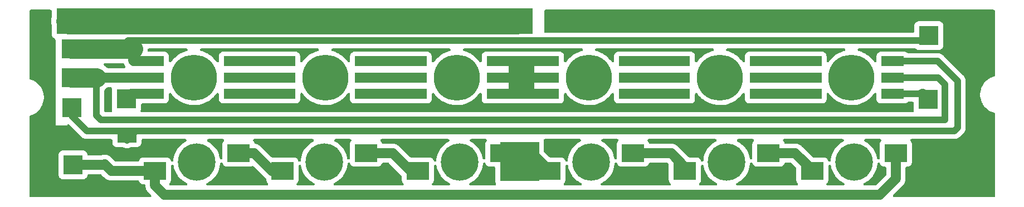
<source format=gbr>
%TF.GenerationSoftware,KiCad,Pcbnew,(6.0.2)*%
%TF.CreationDate,2024-04-26T16:10:55+03:00*%
%TF.ProjectId,Gel_Imager_Trans_LEDS,47656c5f-496d-4616-9765-725f5472616e,rev?*%
%TF.SameCoordinates,PX4c7e850PY4374110*%
%TF.FileFunction,Copper,L1,Top*%
%TF.FilePolarity,Positive*%
%FSLAX46Y46*%
G04 Gerber Fmt 4.6, Leading zero omitted, Abs format (unit mm)*
G04 Created by KiCad (PCBNEW (6.0.2)) date 2024-04-26 16:10:55*
%MOMM*%
%LPD*%
G01*
G04 APERTURE LIST*
%TA.AperFunction,SMDPad,CuDef*%
%ADD10R,4.000000X4.000000*%
%TD*%
%TA.AperFunction,SMDPad,CuDef*%
%ADD11C,7.000000*%
%TD*%
%TA.AperFunction,SMDPad,CuDef*%
%ADD12R,3.500000X1.500000*%
%TD*%
%TA.AperFunction,SMDPad,CuDef*%
%ADD13R,3.000000X3.000000*%
%TD*%
%TA.AperFunction,SMDPad,CuDef*%
%ADD14R,3.500000X2.700000*%
%TD*%
%TA.AperFunction,SMDPad,CuDef*%
%ADD15C,5.700000*%
%TD*%
%TA.AperFunction,SMDPad,CuDef*%
%ADD16R,6.000000X6.000000*%
%TD*%
%TA.AperFunction,SMDPad,CuDef*%
%ADD17R,3.000000X1.500000*%
%TD*%
%TA.AperFunction,Conductor*%
%ADD18C,1.500000*%
%TD*%
%TA.AperFunction,Conductor*%
%ADD19C,4.000000*%
%TD*%
%TA.AperFunction,Conductor*%
%ADD20C,1.000000*%
%TD*%
%TA.AperFunction,Conductor*%
%ADD21C,3.000000*%
%TD*%
G04 APERTURE END LIST*
D10*
%TO.P,REF\u002A\u002A,1*%
%TO.N,+12V*%
X75280000Y27590000D03*
%TD*%
D11*
%TO.P,LED_RGB,*%
%TO.N,*%
X105690000Y18980000D03*
D12*
%TO.P,LED_RGB,1*%
%TO.N,N/C*%
X111940000Y16480000D03*
%TO.P,LED_RGB,2*%
X111940000Y18980000D03*
%TO.P,LED_RGB,3*%
X111940000Y21480000D03*
%TO.P,LED_RGB,4*%
X99440000Y21480000D03*
%TO.P,LED_RGB,5*%
X99440000Y18980000D03*
%TO.P,LED_RGB,6*%
X99440000Y16480000D03*
%TD*%
D13*
%TO.P,REF\u002A\u002A,1*%
%TO.N,Blue_Cathode*%
X15490000Y15700000D03*
%TD*%
D14*
%TO.P,REF\u002A\u002A,1*%
%TO.N,White_Cathode*%
X19840000Y4740000D03*
%TO.P,REF\u002A\u002A,2*%
%TO.N,N/C*%
X32540000Y7440000D03*
D15*
%TO.P,REF\u002A\u002A,3*%
X26190000Y6090000D03*
%TD*%
D14*
%TO.P,REF\u002A\u002A,1*%
%TO.N,N/C*%
X113070000Y7440000D03*
%TO.P,REF\u002A\u002A,2*%
X100370000Y4740000D03*
D15*
%TO.P,REF\u002A\u002A,3*%
X106720000Y6090000D03*
%TD*%
D14*
%TO.P,REF\u002A\u002A,1*%
%TO.N,N/C*%
X59780000Y4740000D03*
%TO.P,REF\u002A\u002A,2*%
%TO.N,+12V*%
X72480000Y7440000D03*
D15*
%TO.P,REF\u002A\u002A,3*%
%TO.N,N/C*%
X66130000Y6090000D03*
%TD*%
D10*
%TO.P,REF\u002A\u002A,1*%
%TO.N,+12V*%
X75540000Y19080000D03*
%TD*%
D13*
%TO.P,REF\u002A\u002A,1*%
%TO.N,Green_Cathode*%
X7090000Y23380000D03*
%TD*%
D11*
%TO.P,LED_RGB,*%
%TO.N,*%
X65690000Y18980000D03*
D12*
%TO.P,LED_RGB,1*%
%TO.N,N/C*%
X59440000Y21480000D03*
%TO.P,LED_RGB,2*%
X59440000Y18980000D03*
%TO.P,LED_RGB,3*%
X59440000Y16480000D03*
%TO.P,LED_RGB,4*%
%TO.N,+12V*%
X71940000Y16480000D03*
%TO.P,LED_RGB,5*%
X71940000Y18980000D03*
%TO.P,LED_RGB,6*%
X71940000Y21480000D03*
%TD*%
D13*
%TO.P,REF\u002A\u002A,1*%
%TO.N,Red_Cathode*%
X7150000Y18970000D03*
%TD*%
D14*
%TO.P,REF\u002A\u002A,1*%
%TO.N,N/C*%
X92480000Y7440000D03*
%TO.P,REF\u002A\u002A,2*%
%TO.N,+12V*%
X79780000Y4740000D03*
D15*
%TO.P,REF\u002A\u002A,3*%
%TO.N,N/C*%
X86130000Y6090000D03*
%TD*%
D13*
%TO.P,REF\u002A\u002A,1*%
%TO.N,Green_Cathode*%
X137440000Y25380000D03*
%TD*%
D14*
%TO.P,REF\u002A\u002A,1*%
%TO.N,N/C*%
X39190000Y4740000D03*
%TO.P,REF\u002A\u002A,2*%
X51890000Y7440000D03*
D15*
%TO.P,REF\u002A\u002A,3*%
X45540000Y6090000D03*
%TD*%
D16*
%TO.P,REF\u002A\u002A,1*%
%TO.N,+12V*%
X75240000Y6170000D03*
%TD*%
D11*
%TO.P,LED_RGB,*%
%TO.N,*%
X125690000Y18980000D03*
D12*
%TO.P,LED_RGB,1*%
%TO.N,Green_Cathode*%
X131940000Y16480000D03*
%TO.P,LED_RGB,2*%
%TO.N,Red_Cathode*%
X131940000Y18980000D03*
%TO.P,LED_RGB,3*%
%TO.N,Blue_Cathode*%
X131940000Y21480000D03*
%TO.P,LED_RGB,4*%
%TO.N,N/C*%
X119440000Y21480000D03*
%TO.P,LED_RGB,5*%
X119440000Y18980000D03*
%TO.P,LED_RGB,6*%
X119440000Y16480000D03*
%TD*%
D13*
%TO.P,REF\u002A\u002A,1*%
%TO.N,Green_Cathode*%
X137340000Y15630000D03*
%TD*%
%TO.P,,1*%
%TO.N,GND*%
X2640000Y4730000D03*
%TD*%
D11*
%TO.P,LED_RGB,*%
%TO.N,*%
X45690000Y18980000D03*
D12*
%TO.P,LED_RGB,1*%
%TO.N,N/C*%
X39440000Y21480000D03*
%TO.P,LED_RGB,2*%
X39440000Y18980000D03*
%TO.P,LED_RGB,3*%
X39440000Y16480000D03*
%TO.P,LED_RGB,4*%
X51940000Y16480000D03*
%TO.P,LED_RGB,5*%
X51940000Y18980000D03*
%TO.P,LED_RGB,6*%
X51940000Y21480000D03*
%TD*%
D17*
%TO.P,REF\u002A\u002A,1*%
%TO.N,Blue_Cathode*%
X15560000Y9827500D03*
%TD*%
D11*
%TO.P,LED_RGB,*%
%TO.N,*%
X25740000Y18980000D03*
D12*
%TO.P,LED_RGB,1*%
%TO.N,Green_Cathode*%
X19490000Y21480000D03*
%TO.P,LED_RGB,2*%
%TO.N,Red_Cathode*%
X19490000Y18980000D03*
%TO.P,LED_RGB,3*%
%TO.N,Blue_Cathode*%
X19490000Y16480000D03*
%TO.P,LED_RGB,4*%
%TO.N,N/C*%
X31990000Y16480000D03*
%TO.P,LED_RGB,5*%
X31990000Y18980000D03*
%TO.P,LED_RGB,6*%
X31990000Y21480000D03*
%TD*%
D10*
%TO.P,REF\u002A\u002A,1*%
%TO.N,+12V*%
X6840000Y27590000D03*
%TD*%
D13*
%TO.P,REF\u002A\u002A,1*%
%TO.N,Blue_Cathode*%
X7200000Y14380000D03*
%TD*%
D11*
%TO.P,LED_RGB,*%
%TO.N,*%
X85790000Y18980000D03*
D12*
%TO.P,LED_RGB,1*%
%TO.N,N/C*%
X92040000Y16480000D03*
%TO.P,LED_RGB,2*%
X92040000Y18980000D03*
%TO.P,LED_RGB,3*%
X92040000Y21480000D03*
%TO.P,LED_RGB,4*%
%TO.N,+12V*%
X79540000Y21480000D03*
%TO.P,LED_RGB,5*%
X79540000Y18980000D03*
%TO.P,LED_RGB,6*%
X79540000Y16480000D03*
%TD*%
D14*
%TO.P,REF\u002A\u002A,1*%
%TO.N,White_Cathode*%
X132420000Y7440000D03*
%TO.P,REF\u002A\u002A,2*%
%TO.N,N/C*%
X119720000Y4740000D03*
D15*
%TO.P,REF\u002A\u002A,3*%
X126070000Y6090000D03*
%TD*%
D13*
%TO.P,REF\u002A\u002A,1*%
%TO.N,GND*%
X119810000Y27850000D03*
%TD*%
%TO.P,REF\u002A\u002A,1*%
%TO.N,White_Cathode*%
X7370000Y5660000D03*
%TD*%
D18*
%TO.N,*%
X98290000Y7440000D02*
X92480000Y7440000D01*
X55960000Y7440000D02*
X58660000Y4740000D01*
X111940000Y21480000D02*
X119440000Y21480000D01*
X92040000Y16480000D02*
X99440000Y16480000D01*
X51940000Y21480000D02*
X59440000Y21480000D01*
X92040000Y18980000D02*
X99440000Y18980000D01*
X100370000Y5360000D02*
X98290000Y7440000D01*
X51940000Y16480000D02*
X59440000Y16480000D01*
X119720000Y4740000D02*
X119720000Y4860000D01*
X111940000Y18980000D02*
X119440000Y18980000D01*
X119720000Y4860000D02*
X117140000Y7440000D01*
X31990000Y16480000D02*
X39440000Y16480000D01*
X111940000Y16480000D02*
X119440000Y16480000D01*
X51890000Y7440000D02*
X55960000Y7440000D01*
X117140000Y7440000D02*
X113070000Y7440000D01*
X58660000Y4740000D02*
X59780000Y4740000D01*
X32540000Y7440000D02*
X34870000Y7440000D01*
X51940000Y18980000D02*
X59440000Y18980000D01*
X92040000Y21480000D02*
X99440000Y21480000D01*
X37570000Y4740000D02*
X39190000Y4740000D01*
X31990000Y21480000D02*
X39440000Y21480000D01*
X31990000Y18980000D02*
X39440000Y18980000D01*
X100370000Y4740000D02*
X100370000Y5360000D01*
X34870000Y7440000D02*
X37570000Y4740000D01*
%TO.N,+12V*%
X79780000Y4740000D02*
X79780000Y4780000D01*
X79780000Y4780000D02*
X77120000Y7440000D01*
D19*
X6770000Y27581918D02*
X74750000Y27581918D01*
D18*
X75690000Y21480000D02*
X79540000Y21480000D01*
X75690000Y16480000D02*
X79540000Y16480000D01*
X74820000Y27210000D02*
X75430000Y27820000D01*
X71940000Y21480000D02*
X75690000Y21480000D01*
X77120000Y7440000D02*
X72480000Y7440000D01*
X71940000Y16480000D02*
X75690000Y16480000D01*
X71940000Y18980000D02*
X79540000Y18980000D01*
X75690000Y16480000D02*
X75690000Y21480000D01*
D20*
%TO.N,Blue_Cathode*%
X9490000Y10810000D02*
X7200000Y13100000D01*
D18*
X16270000Y16480000D02*
X15490000Y15700000D01*
D20*
X7200000Y13100000D02*
X7200000Y14380000D01*
X19070000Y10810000D02*
X9490000Y10810000D01*
X138794164Y21480000D02*
X141830000Y18444164D01*
X141830000Y11350000D02*
X141290000Y10810000D01*
X131940000Y21480000D02*
X138794164Y21480000D01*
X141830000Y18444164D02*
X141830000Y11350000D01*
X19070000Y10810000D02*
X16952500Y10810000D01*
X16952500Y10810000D02*
X15550000Y9407500D01*
D18*
X19490000Y16480000D02*
X16270000Y16480000D01*
D20*
X141290000Y10810000D02*
X19070000Y10810000D01*
%TO.N,Red_Cathode*%
X139900000Y17970000D02*
X138890000Y18980000D01*
D18*
X19480000Y18970000D02*
X19490000Y18980000D01*
D21*
X7150000Y18970000D02*
X10940000Y18970000D01*
D20*
X10940000Y18970000D02*
X10940000Y13160000D01*
X138890000Y18980000D02*
X131940000Y18980000D01*
X139900000Y12510000D02*
X139900000Y17970000D01*
X10940000Y13160000D02*
X11590000Y12510000D01*
D18*
X10940000Y18970000D02*
X19480000Y18970000D01*
D20*
X11590000Y12510000D02*
X139900000Y12510000D01*
D18*
%TO.N,Green_Cathode*%
X136490000Y16480000D02*
X137340000Y15630000D01*
D21*
X14480000Y23380000D02*
X16490000Y23380000D01*
X7090000Y23380000D02*
X14480000Y23380000D01*
D20*
X15730000Y24630000D02*
X14480000Y23380000D01*
X137390000Y24630000D02*
X15730000Y24630000D01*
D18*
X16490000Y21580000D02*
X16490000Y23380000D01*
X16590000Y21480000D02*
X16490000Y21580000D01*
D20*
X131940000Y16480000D02*
X136490000Y16480000D01*
D18*
X19490000Y21480000D02*
X16590000Y21480000D01*
%TO.N,White_Cathode*%
X21270000Y1070000D02*
X129980000Y1070000D01*
X19840000Y4740000D02*
X19840000Y2500000D01*
X7370000Y5660000D02*
X12080000Y5660000D01*
X132420000Y3510000D02*
X132420000Y7440000D01*
X12170000Y5750000D02*
X13180000Y4740000D01*
X13180000Y4740000D02*
X19840000Y4740000D01*
X19840000Y2500000D02*
X21270000Y1070000D01*
X129980000Y1070000D02*
X132420000Y3510000D01*
X12080000Y5660000D02*
X12170000Y5750000D01*
%TD*%
%TA.AperFunction,Conductor*%
%TO.N,GND*%
G36*
X147367343Y29310293D02*
G01*
X147436584Y29255074D01*
X147475011Y29175282D01*
X147480000Y29131000D01*
X147480000Y19331280D01*
X147460293Y19244937D01*
X147405074Y19175696D01*
X147338351Y19140723D01*
X147229526Y19107970D01*
X147108675Y19071598D01*
X147103336Y19069282D01*
X147103333Y19069281D01*
X147095606Y19065929D01*
X146802512Y18938792D01*
X146797480Y18935869D01*
X146533723Y18782666D01*
X146513936Y18771173D01*
X146509281Y18767685D01*
X146509279Y18767683D01*
X146314358Y18621598D01*
X146246886Y18571031D01*
X146005011Y18341099D01*
X146001291Y18336626D01*
X146001289Y18336624D01*
X145845836Y18149712D01*
X145791614Y18084517D01*
X145788446Y18079648D01*
X145612782Y17809666D01*
X145612778Y17809659D01*
X145609610Y17804790D01*
X145461485Y17505739D01*
X145459531Y17500267D01*
X145459529Y17500262D01*
X145363778Y17232101D01*
X145349262Y17191448D01*
X145274474Y16866211D01*
X145238142Y16534469D01*
X145238188Y16528651D01*
X145240518Y16231997D01*
X145240763Y16200754D01*
X145241487Y16194984D01*
X145241487Y16194981D01*
X145274169Y15934447D01*
X145282301Y15869624D01*
X145283693Y15863978D01*
X145360793Y15551257D01*
X145360796Y15551249D01*
X145362188Y15545601D01*
X145479334Y15233112D01*
X145481999Y15227938D01*
X145482001Y15227933D01*
X145612162Y14975210D01*
X145632138Y14936425D01*
X145635383Y14931605D01*
X145635386Y14931600D01*
X145740576Y14775356D01*
X145818514Y14659591D01*
X145822294Y14655189D01*
X145822299Y14655182D01*
X145929420Y14530423D01*
X146035914Y14406393D01*
X146040196Y14402449D01*
X146277090Y14184231D01*
X146277095Y14184227D01*
X146281371Y14180288D01*
X146337661Y14139466D01*
X146546828Y13987776D01*
X146546832Y13987773D01*
X146551532Y13984365D01*
X146556602Y13981526D01*
X146556603Y13981525D01*
X146685212Y13909500D01*
X146842706Y13821299D01*
X147150916Y13693319D01*
X147234607Y13669558D01*
X147335351Y13640955D01*
X147413029Y13598415D01*
X147464556Y13526385D01*
X147480000Y13449521D01*
X147480000Y929000D01*
X147460293Y842657D01*
X147405074Y773416D01*
X147325282Y734989D01*
X147281000Y730000D01*
X132171745Y730000D01*
X132085402Y749707D01*
X132016161Y804926D01*
X131977734Y884718D01*
X131977734Y973282D01*
X132016161Y1053074D01*
X132031031Y1069714D01*
X133362691Y2401374D01*
X133373868Y2411073D01*
X133373687Y2411277D01*
X133379790Y2416695D01*
X133386325Y2421602D01*
X133458124Y2496735D01*
X133461279Y2499962D01*
X133488412Y2527095D01*
X133491053Y2530209D01*
X133491075Y2530233D01*
X133494648Y2534446D01*
X133502543Y2543215D01*
X133545468Y2588134D01*
X133545472Y2588139D01*
X133551113Y2594042D01*
X133569612Y2621161D01*
X133582215Y2637704D01*
X133603444Y2662737D01*
X133607640Y2669747D01*
X133607643Y2669752D01*
X133639541Y2723048D01*
X133645900Y2732991D01*
X133680921Y2784330D01*
X133680930Y2784347D01*
X133685525Y2791082D01*
X133699339Y2820841D01*
X133709076Y2839233D01*
X133725934Y2867400D01*
X133728928Y2875001D01*
X133728931Y2875007D01*
X133751707Y2932828D01*
X133756358Y2943681D01*
X133766188Y2964856D01*
X133785949Y3007428D01*
X133794716Y3039041D01*
X133801321Y3058782D01*
X133813351Y3089322D01*
X133828089Y3158070D01*
X133830906Y3169538D01*
X133847508Y3229400D01*
X133847508Y3229401D01*
X133849691Y3237272D01*
X133853178Y3269898D01*
X133856472Y3290462D01*
X133861636Y3314549D01*
X133861637Y3314555D01*
X133863349Y3322542D01*
X133865233Y3362497D01*
X133866660Y3392756D01*
X133867566Y3404528D01*
X133869937Y3426711D01*
X133869938Y3426726D01*
X133870500Y3431986D01*
X133870500Y3469501D01*
X133870721Y3478875D01*
X133872513Y3516873D01*
X133874584Y3560795D01*
X133871859Y3583992D01*
X133870500Y3607209D01*
X133870500Y5190501D01*
X133890207Y5276844D01*
X133945426Y5346085D01*
X134025218Y5384512D01*
X134069500Y5389501D01*
X134225992Y5389501D01*
X134298594Y5396171D01*
X134399633Y5427835D01*
X134448938Y5443286D01*
X134448940Y5443287D01*
X134460383Y5446873D01*
X134470639Y5453084D01*
X134470643Y5453086D01*
X134595144Y5528487D01*
X134605408Y5534703D01*
X134725297Y5654592D01*
X134760800Y5713215D01*
X134806914Y5789357D01*
X134806916Y5789361D01*
X134813127Y5799617D01*
X134816715Y5811064D01*
X134839403Y5883463D01*
X134863829Y5961406D01*
X134868789Y6015381D01*
X134870083Y6029466D01*
X134870083Y6029472D01*
X134870500Y6034007D01*
X134870499Y8845992D01*
X134863829Y8918594D01*
X134813127Y9080383D01*
X134806916Y9090639D01*
X134806914Y9090643D01*
X134731513Y9215144D01*
X134725297Y9225408D01*
X134680919Y9269786D01*
X134633800Y9344774D01*
X134623884Y9432781D01*
X134653135Y9516374D01*
X134715759Y9578998D01*
X134799352Y9608249D01*
X134821633Y9609500D01*
X141242878Y9609500D01*
X141255892Y9609074D01*
X141321560Y9604770D01*
X141330617Y9605842D01*
X141330619Y9605842D01*
X141393890Y9613331D01*
X141412940Y9615585D01*
X141418110Y9616128D01*
X141462608Y9620218D01*
X141500625Y9623711D01*
X141500626Y9623711D01*
X141509711Y9624546D01*
X141518494Y9627023D01*
X141525036Y9628236D01*
X141531599Y9629631D01*
X141540667Y9630704D01*
X141628525Y9657984D01*
X141633487Y9659454D01*
X141713279Y9681957D01*
X141713283Y9681959D01*
X141722064Y9684435D01*
X141730250Y9688472D01*
X141736452Y9690853D01*
X141742654Y9693422D01*
X141751379Y9696131D01*
X141832772Y9738954D01*
X141837413Y9741318D01*
X141911757Y9777980D01*
X141911767Y9777986D01*
X141919947Y9782020D01*
X141927261Y9787481D01*
X141932963Y9790976D01*
X141938566Y9794614D01*
X141946641Y9798863D01*
X141959073Y9808663D01*
X142018886Y9855816D01*
X142023018Y9858987D01*
X142089420Y9908572D01*
X142089421Y9908572D01*
X142096733Y9914033D01*
X142154441Y9976461D01*
X142159857Y9982093D01*
X142645561Y10467798D01*
X142655051Y10476687D01*
X142704543Y10520090D01*
X142761515Y10592359D01*
X142764793Y10596407D01*
X142823601Y10667116D01*
X142828056Y10675071D01*
X142831822Y10680551D01*
X142835485Y10686192D01*
X142841137Y10693360D01*
X142845383Y10701431D01*
X142845386Y10701435D01*
X142883971Y10774773D01*
X142886456Y10779351D01*
X142926950Y10851658D01*
X142931410Y10859621D01*
X142934343Y10868263D01*
X142937062Y10874369D01*
X142939620Y10880544D01*
X142943869Y10888620D01*
X142971158Y10976504D01*
X142972745Y10981391D01*
X143002331Y11068548D01*
X143003641Y11077583D01*
X143005205Y11084099D01*
X143006591Y11090618D01*
X143009297Y11099333D01*
X143010371Y11108403D01*
X143020115Y11190721D01*
X143020794Y11195883D01*
X143032682Y11277877D01*
X143032682Y11277883D01*
X143033990Y11286902D01*
X143030653Y11371836D01*
X143030500Y11379649D01*
X143030500Y18397045D01*
X143030926Y18410061D01*
X143034633Y18466617D01*
X143035230Y18475725D01*
X143024411Y18567128D01*
X143023873Y18572254D01*
X143016289Y18654790D01*
X143016289Y18654792D01*
X143015454Y18663875D01*
X143012978Y18672655D01*
X143011756Y18679249D01*
X143010368Y18685777D01*
X143009296Y18694832D01*
X142982019Y18782679D01*
X142980543Y18787661D01*
X142958041Y18867448D01*
X142955565Y18876228D01*
X142951532Y18884406D01*
X142949134Y18890654D01*
X142946572Y18896840D01*
X142943869Y18905544D01*
X142939626Y18913608D01*
X142939623Y18913616D01*
X142901043Y18986943D01*
X142898677Y18991586D01*
X142862015Y19065929D01*
X142862015Y19065930D01*
X142857980Y19074111D01*
X142852522Y19081420D01*
X142849044Y19087095D01*
X142845386Y19092728D01*
X142841137Y19100805D01*
X142784179Y19173056D01*
X142781008Y19177189D01*
X142731428Y19243584D01*
X142731428Y19243585D01*
X142725967Y19250897D01*
X142663540Y19308604D01*
X142657907Y19314020D01*
X139676374Y22295553D01*
X139667472Y22305057D01*
X139630089Y22347685D01*
X139630085Y22347689D01*
X139624074Y22354543D01*
X139551812Y22411510D01*
X139547765Y22414788D01*
X139484066Y22467765D01*
X139484062Y22467768D01*
X139477047Y22473602D01*
X139469084Y22478062D01*
X139463559Y22481859D01*
X139457968Y22485490D01*
X139450804Y22491137D01*
X139369321Y22534007D01*
X139364866Y22536427D01*
X139284543Y22581410D01*
X139275903Y22584343D01*
X139269798Y22587061D01*
X139263618Y22589621D01*
X139255544Y22593869D01*
X139167660Y22621158D01*
X139162773Y22622745D01*
X139075616Y22652331D01*
X139066596Y22653639D01*
X139060104Y22655198D01*
X139053541Y22656593D01*
X139044831Y22659297D01*
X138953443Y22670113D01*
X138948277Y22670794D01*
X138926897Y22673894D01*
X138857262Y22683991D01*
X138848148Y22683633D01*
X138848147Y22683633D01*
X138772303Y22680653D01*
X138764490Y22680500D01*
X134312633Y22680500D01*
X134226290Y22700207D01*
X134171919Y22738786D01*
X134125408Y22785297D01*
X134101532Y22799757D01*
X133990643Y22866914D01*
X133990639Y22866916D01*
X133980383Y22873127D01*
X133968940Y22876713D01*
X133968938Y22876714D01*
X133901091Y22897976D01*
X133818594Y22923829D01*
X133771124Y22928191D01*
X133750534Y22930083D01*
X133750528Y22930083D01*
X133745993Y22930500D01*
X131940397Y22930500D01*
X130134008Y22930499D01*
X130061406Y22923829D01*
X129960367Y22892165D01*
X129911062Y22876714D01*
X129911060Y22876713D01*
X129899617Y22873127D01*
X129889361Y22866916D01*
X129889357Y22866914D01*
X129778468Y22799757D01*
X129754592Y22785297D01*
X129634703Y22665408D01*
X129628487Y22655144D01*
X129553086Y22530643D01*
X129553084Y22530639D01*
X129546873Y22520383D01*
X129543287Y22508940D01*
X129543286Y22508938D01*
X129522024Y22441091D01*
X129496171Y22358594D01*
X129495205Y22348076D01*
X129489918Y22290538D01*
X129489500Y22285993D01*
X129489501Y21634118D01*
X129489501Y21510294D01*
X129469794Y21423951D01*
X129414576Y21354710D01*
X129334783Y21316283D01*
X129246220Y21316283D01*
X129166427Y21354709D01*
X129130327Y21392204D01*
X128951972Y21634118D01*
X128949080Y21638041D01*
X128908342Y21683286D01*
X128677401Y21939772D01*
X128674147Y21943386D01*
X128370729Y22220444D01*
X128041723Y22466572D01*
X127731247Y22654603D01*
X127694422Y22676905D01*
X127694420Y22676906D01*
X127690269Y22679420D01*
X127685898Y22681514D01*
X127685891Y22681518D01*
X127456312Y22791513D01*
X127319722Y22856956D01*
X126933620Y22997486D01*
X126776794Y23037752D01*
X126698065Y23078313D01*
X126644730Y23149016D01*
X126627355Y23235858D01*
X126649380Y23321639D01*
X126706443Y23389369D01*
X126787241Y23425633D01*
X126826283Y23429500D01*
X135317367Y23429500D01*
X135403710Y23409793D01*
X135458081Y23371214D01*
X135504592Y23324703D01*
X135514856Y23318487D01*
X135639357Y23243086D01*
X135639361Y23243084D01*
X135649617Y23236873D01*
X135661060Y23233287D01*
X135661062Y23233286D01*
X135728909Y23212024D01*
X135811406Y23186171D01*
X135858876Y23181809D01*
X135879466Y23179917D01*
X135879472Y23179917D01*
X135884007Y23179500D01*
X137439658Y23179500D01*
X138995992Y23179501D01*
X139068594Y23186171D01*
X139169633Y23217835D01*
X139218938Y23233286D01*
X139218940Y23233287D01*
X139230383Y23236873D01*
X139240639Y23243084D01*
X139240643Y23243086D01*
X139365144Y23318487D01*
X139375408Y23324703D01*
X139495297Y23444592D01*
X139509757Y23468468D01*
X139576914Y23579357D01*
X139576916Y23579361D01*
X139583127Y23589617D01*
X139633829Y23751406D01*
X139640500Y23824007D01*
X139640499Y26935992D01*
X139633829Y27008594D01*
X139583127Y27170383D01*
X139576916Y27180639D01*
X139576914Y27180643D01*
X139501513Y27305144D01*
X139495297Y27315408D01*
X139375408Y27435297D01*
X139351532Y27449757D01*
X139240643Y27516914D01*
X139240639Y27516916D01*
X139230383Y27523127D01*
X139218940Y27526713D01*
X139218938Y27526714D01*
X139151091Y27547976D01*
X139068594Y27573829D01*
X139021124Y27578191D01*
X139000534Y27580083D01*
X139000528Y27580083D01*
X138995993Y27580500D01*
X137440342Y27580500D01*
X135884008Y27580499D01*
X135811406Y27573829D01*
X135710367Y27542165D01*
X135661062Y27526714D01*
X135661060Y27526713D01*
X135649617Y27523127D01*
X135639361Y27516916D01*
X135639357Y27516914D01*
X135528468Y27449757D01*
X135504592Y27435297D01*
X135384703Y27315408D01*
X135378487Y27305144D01*
X135303086Y27180643D01*
X135303084Y27180639D01*
X135296873Y27170383D01*
X135246171Y27008594D01*
X135245205Y26998076D01*
X135239918Y26940538D01*
X135239500Y26935993D01*
X135239500Y26029500D01*
X135219793Y25943157D01*
X135164574Y25873916D01*
X135084782Y25835489D01*
X135040500Y25830500D01*
X79189000Y25830500D01*
X79102657Y25850207D01*
X79033416Y25905426D01*
X78994989Y25985218D01*
X78990000Y26029500D01*
X78990000Y29131000D01*
X79009707Y29217343D01*
X79064926Y29286584D01*
X79144718Y29325011D01*
X79189000Y29330000D01*
X147281000Y29330000D01*
X147367343Y29310293D01*
G37*
%TD.AperFunction*%
%TA.AperFunction,Conductor*%
G36*
X4026843Y29310293D02*
G01*
X4096084Y29255074D01*
X4134511Y29175282D01*
X4139500Y29131000D01*
X4139500Y28224598D01*
X4136072Y28187822D01*
X4085897Y27920999D01*
X4064601Y27596084D01*
X4064930Y27590106D01*
X4064930Y27590101D01*
X4080613Y27305144D01*
X4082494Y27270963D01*
X4083538Y27265069D01*
X4083539Y27265065D01*
X4136448Y26966524D01*
X4139501Y26931797D01*
X4139501Y25534008D01*
X4146171Y25461406D01*
X4196873Y25299617D01*
X4203084Y25289361D01*
X4203086Y25289357D01*
X4270243Y25178468D01*
X4284703Y25154592D01*
X4404592Y25034703D01*
X4549617Y24946873D01*
X4561070Y24943284D01*
X4570508Y24940326D01*
X4647007Y24895701D01*
X4696568Y24822304D01*
X4710000Y24750432D01*
X4710000Y11650000D01*
X6470000Y11650000D01*
X6470000Y11661499D01*
X6470048Y11661599D01*
X6471251Y11672279D01*
X6474587Y11671903D01*
X6489707Y11738151D01*
X6544926Y11807392D01*
X6624718Y11845819D01*
X6713282Y11845819D01*
X6793074Y11807392D01*
X6809714Y11792522D01*
X8607790Y9994447D01*
X8616692Y9984943D01*
X8654075Y9942315D01*
X8654079Y9942311D01*
X8660090Y9935457D01*
X8667252Y9929811D01*
X8667253Y9929810D01*
X8732352Y9878490D01*
X8736399Y9875212D01*
X8800098Y9822235D01*
X8800102Y9822232D01*
X8807117Y9816398D01*
X8815080Y9811938D01*
X8820605Y9808141D01*
X8826196Y9804510D01*
X8833360Y9798863D01*
X8914843Y9755993D01*
X8919298Y9753573D01*
X8999621Y9708590D01*
X9008261Y9705657D01*
X9014366Y9702939D01*
X9020546Y9700379D01*
X9028620Y9696131D01*
X9116504Y9668842D01*
X9121391Y9667255D01*
X9208548Y9637669D01*
X9217568Y9636361D01*
X9224060Y9634802D01*
X9230623Y9633407D01*
X9239333Y9630703D01*
X9291355Y9624546D01*
X9330720Y9619887D01*
X9335886Y9619206D01*
X9426902Y9606009D01*
X9436016Y9606367D01*
X9436017Y9606367D01*
X9511861Y9609347D01*
X9519674Y9609500D01*
X13160501Y9609500D01*
X13246844Y9589793D01*
X13316085Y9534574D01*
X13354512Y9454782D01*
X13359501Y9410500D01*
X13359501Y9021508D01*
X13366171Y8948906D01*
X13390723Y8870560D01*
X13401848Y8835063D01*
X13416873Y8787117D01*
X13423084Y8776861D01*
X13423086Y8776857D01*
X13469075Y8700921D01*
X13504703Y8642092D01*
X13624592Y8522203D01*
X13634856Y8515987D01*
X13759357Y8440586D01*
X13759361Y8440584D01*
X13769617Y8434373D01*
X13781060Y8430787D01*
X13781062Y8430786D01*
X13841098Y8411972D01*
X13931406Y8383671D01*
X13978876Y8379309D01*
X13999466Y8377417D01*
X13999472Y8377417D01*
X14004007Y8377000D01*
X14873979Y8377000D01*
X14957293Y8358720D01*
X15104350Y8290925D01*
X15147548Y8271010D01*
X15156385Y8268766D01*
X15156387Y8268765D01*
X15352552Y8218946D01*
X15361396Y8216700D01*
X15370498Y8216103D01*
X15370501Y8216103D01*
X15459330Y8210281D01*
X15581560Y8202270D01*
X15590617Y8203342D01*
X15590618Y8203342D01*
X15642309Y8209460D01*
X15800667Y8228204D01*
X16011379Y8293631D01*
X16126337Y8354114D01*
X16218993Y8377001D01*
X17115992Y8377001D01*
X17188594Y8383671D01*
X17289633Y8415335D01*
X17338938Y8430786D01*
X17338940Y8430787D01*
X17350383Y8434373D01*
X17360639Y8440584D01*
X17360643Y8440586D01*
X17485144Y8515987D01*
X17495408Y8522203D01*
X17615297Y8642092D01*
X17650925Y8700921D01*
X17696914Y8776857D01*
X17696916Y8776861D01*
X17703127Y8787117D01*
X17718153Y8835063D01*
X17732748Y8881636D01*
X17753829Y8948906D01*
X17759449Y9010067D01*
X17760083Y9016966D01*
X17760083Y9016972D01*
X17760500Y9021507D01*
X17760500Y9410500D01*
X17780207Y9496843D01*
X17835426Y9566084D01*
X17915218Y9604511D01*
X17959500Y9609500D01*
X24447865Y9609500D01*
X24534208Y9589793D01*
X24603449Y9534574D01*
X24641876Y9454782D01*
X24641876Y9366218D01*
X24603449Y9286426D01*
X24538209Y9233190D01*
X24412314Y9169043D01*
X24407960Y9166215D01*
X24407954Y9166212D01*
X24185129Y9021508D01*
X24100204Y8966357D01*
X24096163Y8963084D01*
X24096158Y8963081D01*
X23897872Y8802512D01*
X23810991Y8732157D01*
X23547843Y8469009D01*
X23544565Y8464961D01*
X23332326Y8202867D01*
X23313643Y8179796D01*
X23110957Y7867686D01*
X22942005Y7536100D01*
X22808639Y7188671D01*
X22784231Y7097578D01*
X22715915Y6842619D01*
X22712320Y6829204D01*
X22654104Y6461638D01*
X22653831Y6456435D01*
X22653831Y6456432D01*
X22648024Y6345631D01*
X22623825Y6260438D01*
X22565058Y6194181D01*
X22483364Y6159984D01*
X22394922Y6164619D01*
X22317249Y6207169D01*
X22265731Y6279205D01*
X22259403Y6296537D01*
X22236715Y6368936D01*
X22236713Y6368941D01*
X22233127Y6380383D01*
X22226916Y6390639D01*
X22226914Y6390643D01*
X22151513Y6515144D01*
X22145297Y6525408D01*
X22025408Y6645297D01*
X21944222Y6694465D01*
X21890643Y6726914D01*
X21890639Y6726916D01*
X21880383Y6733127D01*
X21868940Y6736713D01*
X21868938Y6736714D01*
X21778843Y6764948D01*
X21718594Y6783829D01*
X21671124Y6788191D01*
X21650534Y6790083D01*
X21650528Y6790083D01*
X21645993Y6790500D01*
X19840397Y6790500D01*
X18034008Y6790499D01*
X17961406Y6783829D01*
X17860367Y6752165D01*
X17811062Y6736714D01*
X17811060Y6736713D01*
X17799617Y6733127D01*
X17789361Y6726916D01*
X17789357Y6726914D01*
X17735778Y6694465D01*
X17654592Y6645297D01*
X17534703Y6525408D01*
X17528487Y6515144D01*
X17453086Y6390643D01*
X17453084Y6390639D01*
X17446873Y6380383D01*
X17443286Y6368936D01*
X17443285Y6368934D01*
X17431081Y6329992D01*
X17386456Y6253493D01*
X17313058Y6203932D01*
X17241187Y6190500D01*
X13863245Y6190500D01*
X13776902Y6210207D01*
X13722531Y6248786D01*
X13207270Y6764047D01*
X13205561Y6765776D01*
X13130573Y6842619D01*
X13124875Y6848458D01*
X13075186Y6884958D01*
X13064286Y6893566D01*
X13023493Y6928161D01*
X13023490Y6928163D01*
X13017263Y6933444D01*
X13010254Y6937639D01*
X13010251Y6937641D01*
X12981673Y6954745D01*
X12966059Y6965119D01*
X12939232Y6984825D01*
X12932646Y6989663D01*
X12877679Y7017550D01*
X12865520Y7024262D01*
X12819608Y7051740D01*
X12819606Y7051741D01*
X12812600Y7055934D01*
X12805003Y7058927D01*
X12805000Y7058928D01*
X12774005Y7071137D01*
X12756920Y7078815D01*
X12719936Y7097578D01*
X12661133Y7116118D01*
X12648044Y7120754D01*
X12598277Y7140358D01*
X12598273Y7140359D01*
X12590678Y7143351D01*
X12550130Y7152044D01*
X12532005Y7156833D01*
X12500259Y7166843D01*
X12500251Y7166845D01*
X12492458Y7169302D01*
X12431428Y7177987D01*
X12417753Y7180423D01*
X12365445Y7191637D01*
X12365442Y7191637D01*
X12357458Y7193349D01*
X12349302Y7193734D01*
X12349299Y7193734D01*
X12316025Y7195303D01*
X12297363Y7197067D01*
X12264406Y7201757D01*
X12256318Y7202908D01*
X12248155Y7202723D01*
X12248151Y7202723D01*
X12194683Y7201510D01*
X12180798Y7201680D01*
X12135102Y7203834D01*
X12119205Y7204584D01*
X12078020Y7199746D01*
X12059320Y7198438D01*
X12017862Y7197498D01*
X12009840Y7195982D01*
X12009838Y7195982D01*
X11957271Y7186049D01*
X11943540Y7183948D01*
X11890424Y7177709D01*
X11890419Y7177708D01*
X11882315Y7176756D01*
X11874470Y7174492D01*
X11874472Y7174492D01*
X11842481Y7165258D01*
X11824242Y7160913D01*
X11783490Y7153213D01*
X11775829Y7150410D01*
X11775820Y7150407D01*
X11725577Y7132020D01*
X11712382Y7127707D01*
X11679805Y7118304D01*
X11624622Y7110500D01*
X9761453Y7110500D01*
X9675110Y7130207D01*
X9605869Y7185426D01*
X9566326Y7270428D01*
X9564795Y7278076D01*
X9563829Y7288594D01*
X9513127Y7450383D01*
X9506916Y7460639D01*
X9506914Y7460643D01*
X9431513Y7585144D01*
X9425297Y7595408D01*
X9305408Y7715297D01*
X9242747Y7753246D01*
X9170643Y7796914D01*
X9170639Y7796916D01*
X9160383Y7803127D01*
X9148940Y7806713D01*
X9148938Y7806714D01*
X9081091Y7827976D01*
X8998594Y7853829D01*
X8951124Y7858191D01*
X8930534Y7860083D01*
X8930528Y7860083D01*
X8925993Y7860500D01*
X7370342Y7860500D01*
X5814008Y7860499D01*
X5741406Y7853829D01*
X5640367Y7822165D01*
X5591062Y7806714D01*
X5591060Y7806713D01*
X5579617Y7803127D01*
X5569361Y7796916D01*
X5569357Y7796914D01*
X5497253Y7753246D01*
X5434592Y7715297D01*
X5314703Y7595408D01*
X5308487Y7585144D01*
X5233086Y7460643D01*
X5233084Y7460639D01*
X5226873Y7450383D01*
X5176171Y7288594D01*
X5169500Y7215993D01*
X5169501Y4104008D01*
X5176171Y4031406D01*
X5226873Y3869617D01*
X5233084Y3859361D01*
X5233086Y3859357D01*
X5277433Y3786132D01*
X5314703Y3724592D01*
X5434592Y3604703D01*
X5444856Y3598487D01*
X5569357Y3523086D01*
X5569361Y3523084D01*
X5579617Y3516873D01*
X5591060Y3513287D01*
X5591062Y3513286D01*
X5658909Y3492024D01*
X5741406Y3466171D01*
X5788876Y3461809D01*
X5809466Y3459917D01*
X5809472Y3459917D01*
X5814007Y3459500D01*
X7369658Y3459500D01*
X8925992Y3459501D01*
X8998594Y3466171D01*
X9099633Y3497835D01*
X9148938Y3513286D01*
X9148940Y3513287D01*
X9160383Y3516873D01*
X9170639Y3523084D01*
X9170643Y3523086D01*
X9295144Y3598487D01*
X9305408Y3604703D01*
X9425297Y3724592D01*
X9462567Y3786132D01*
X9506914Y3859357D01*
X9506916Y3859361D01*
X9513127Y3869617D01*
X9554765Y4002481D01*
X9560671Y4021328D01*
X9560671Y4021330D01*
X9563829Y4031406D01*
X9564795Y4041924D01*
X9566328Y4049577D01*
X9602607Y4130369D01*
X9670347Y4187419D01*
X9761454Y4209500D01*
X11576756Y4209500D01*
X11663099Y4189793D01*
X11717470Y4151214D01*
X12071371Y3797313D01*
X12081074Y3786132D01*
X12081277Y3786313D01*
X12086695Y3780210D01*
X12091602Y3773675D01*
X12097510Y3768029D01*
X12097511Y3768028D01*
X12166756Y3701856D01*
X12169984Y3698700D01*
X12197096Y3671588D01*
X12204460Y3665343D01*
X12213203Y3657470D01*
X12264042Y3608887D01*
X12291152Y3590394D01*
X12307715Y3577775D01*
X12332737Y3556555D01*
X12388660Y3523086D01*
X12393069Y3520447D01*
X12403016Y3514085D01*
X12461082Y3474475D01*
X12468491Y3471036D01*
X12490845Y3460659D01*
X12509249Y3450914D01*
X12537401Y3434066D01*
X12545002Y3431072D01*
X12602819Y3408297D01*
X12613670Y3403646D01*
X12677428Y3374051D01*
X12685293Y3371870D01*
X12709041Y3365284D01*
X12728795Y3358674D01*
X12751725Y3349641D01*
X12751736Y3349638D01*
X12759323Y3346649D01*
X12767302Y3344938D01*
X12767307Y3344937D01*
X12797018Y3338568D01*
X12828062Y3331913D01*
X12839511Y3329102D01*
X12907272Y3310309D01*
X12915392Y3309441D01*
X12915393Y3309441D01*
X12939898Y3306822D01*
X12960461Y3303528D01*
X12984549Y3298364D01*
X12984555Y3298363D01*
X12992542Y3296651D01*
X13000703Y3296266D01*
X13000704Y3296266D01*
X13043342Y3294255D01*
X13062771Y3293339D01*
X13074539Y3292433D01*
X13076659Y3292207D01*
X13096713Y3290063D01*
X13096722Y3290062D01*
X13101986Y3289500D01*
X13139487Y3289500D01*
X13148861Y3289279D01*
X13230795Y3285415D01*
X13238907Y3286368D01*
X13238908Y3286368D01*
X13254000Y3288141D01*
X13277218Y3289500D01*
X17241187Y3289500D01*
X17327530Y3269793D01*
X17396771Y3214574D01*
X17431081Y3150008D01*
X17446873Y3099617D01*
X17453084Y3089361D01*
X17453086Y3089357D01*
X17502704Y3007428D01*
X17534703Y2954592D01*
X17654592Y2834703D01*
X17664856Y2828487D01*
X17789357Y2753086D01*
X17789361Y2753084D01*
X17799617Y2746873D01*
X17811060Y2743287D01*
X17811062Y2743286D01*
X17875642Y2723048D01*
X17961406Y2696171D01*
X18008876Y2691809D01*
X18029466Y2689917D01*
X18029472Y2689917D01*
X18034007Y2689500D01*
X18190214Y2689500D01*
X18276557Y2669793D01*
X18345798Y2614574D01*
X18384225Y2534782D01*
X18389163Y2495013D01*
X18389449Y2482404D01*
X18389500Y2477891D01*
X18389500Y2439537D01*
X18389835Y2435464D01*
X18390289Y2429940D01*
X18390907Y2418152D01*
X18392502Y2347862D01*
X18394019Y2339835D01*
X18394019Y2339832D01*
X18398593Y2315625D01*
X18401384Y2294987D01*
X18404073Y2262284D01*
X18406063Y2254362D01*
X18406063Y2254361D01*
X18421199Y2194100D01*
X18423734Y2182570D01*
X18436787Y2113490D01*
X18439592Y2105826D01*
X18439593Y2105821D01*
X18448061Y2082682D01*
X18454185Y2062774D01*
X18460188Y2038876D01*
X18460190Y2038869D01*
X18462179Y2030952D01*
X18465433Y2023469D01*
X18490217Y1966470D01*
X18494601Y1955508D01*
X18518756Y1889500D01*
X18534919Y1860932D01*
X18544205Y1842306D01*
X18557288Y1812216D01*
X18561727Y1805355D01*
X18595475Y1753188D01*
X18601591Y1743090D01*
X18636208Y1681904D01*
X18641331Y1675555D01*
X18641333Y1675552D01*
X18656810Y1656371D01*
X18669020Y1639503D01*
X18682410Y1618806D01*
X18686845Y1611951D01*
X18734171Y1559942D01*
X18741833Y1551001D01*
X18759177Y1529506D01*
X18785696Y1502987D01*
X18792168Y1496203D01*
X18847371Y1435536D01*
X18853776Y1430478D01*
X18853782Y1430472D01*
X18865705Y1421056D01*
X18883084Y1405599D01*
X19218969Y1069714D01*
X19266088Y994726D01*
X19276004Y906719D01*
X19246753Y823126D01*
X19184129Y760502D01*
X19100536Y731251D01*
X19078255Y730000D01*
X939000Y730000D01*
X852657Y749707D01*
X783416Y804926D01*
X744989Y884718D01*
X740000Y929000D01*
X740000Y13010759D01*
X759707Y13097102D01*
X814926Y13166343D01*
X881649Y13201316D01*
X927015Y13214970D01*
X1071325Y13258402D01*
X1076664Y13260718D01*
X1076667Y13260719D01*
X1191219Y13310409D01*
X1377488Y13391208D01*
X1666064Y13558827D01*
X1670721Y13562317D01*
X1928463Y13755483D01*
X1928466Y13755486D01*
X1933114Y13758969D01*
X2174989Y13988901D01*
X2235229Y14061331D01*
X2384671Y14241016D01*
X2384672Y14241018D01*
X2388386Y14245483D01*
X2495956Y14410810D01*
X2567218Y14520334D01*
X2567222Y14520341D01*
X2570390Y14525210D01*
X2694359Y14775492D01*
X2715936Y14819054D01*
X2715937Y14819056D01*
X2718515Y14824261D01*
X2756041Y14929356D01*
X2828781Y15133070D01*
X2828783Y15133077D01*
X2830738Y15138552D01*
X2905526Y15463789D01*
X2941858Y15795531D01*
X2939792Y16058568D01*
X2939283Y16123425D01*
X2939283Y16123430D01*
X2939237Y16129246D01*
X2937071Y16146518D01*
X2898422Y16454613D01*
X2898422Y16454614D01*
X2897699Y16460376D01*
X2875122Y16551948D01*
X2819207Y16778743D01*
X2819204Y16778751D01*
X2817812Y16784399D01*
X2700666Y17096888D01*
X2695880Y17106182D01*
X2550526Y17388403D01*
X2550524Y17388406D01*
X2547862Y17393575D01*
X2513528Y17444574D01*
X2364732Y17665588D01*
X2364729Y17665591D01*
X2361486Y17670409D01*
X2357706Y17674811D01*
X2357701Y17674818D01*
X2171998Y17891099D01*
X2144086Y17923607D01*
X1929765Y18121031D01*
X1902910Y18145769D01*
X1902905Y18145773D01*
X1898629Y18149712D01*
X1662199Y18321173D01*
X1633172Y18342224D01*
X1633168Y18342227D01*
X1628468Y18345635D01*
X1337294Y18508701D01*
X1029084Y18636681D01*
X884649Y18677688D01*
X806972Y18720228D01*
X755444Y18792258D01*
X740000Y18869122D01*
X740000Y29131000D01*
X759707Y29217343D01*
X814926Y29286584D01*
X894718Y29325011D01*
X939000Y29330000D01*
X3940500Y29330000D01*
X4026843Y29310293D01*
G37*
%TD.AperFunction*%
%TA.AperFunction,Conductor*%
G36*
X13181932Y17499793D02*
G01*
X13251173Y17444574D01*
X13289600Y17364782D01*
X13293754Y17302292D01*
X13289500Y17255993D01*
X13289501Y14144008D01*
X13296171Y14071406D01*
X13299327Y14061334D01*
X13299328Y14061331D01*
X13328260Y13969009D01*
X13335274Y13880724D01*
X13303289Y13798138D01*
X13238639Y13737609D01*
X13154128Y13711125D01*
X13138366Y13710500D01*
X12339500Y13710500D01*
X12253157Y13730207D01*
X12183916Y13785426D01*
X12145489Y13865218D01*
X12140500Y13909500D01*
X12140500Y17019839D01*
X12160207Y17106182D01*
X12215426Y17175423D01*
X12227646Y17184428D01*
X12292332Y17228388D01*
X12292336Y17228391D01*
X12297795Y17232101D01*
X12515716Y17426945D01*
X12535480Y17450004D01*
X12606633Y17502737D01*
X12686575Y17519500D01*
X13095589Y17519500D01*
X13181932Y17499793D01*
G37*
%TD.AperFunction*%
%TA.AperFunction,Conductor*%
G36*
X84735652Y23409793D02*
G01*
X84804893Y23354574D01*
X84843320Y23274782D01*
X84843320Y23186218D01*
X84804893Y23106426D01*
X84735652Y23051207D01*
X84696102Y23037080D01*
X84602594Y23014458D01*
X84418090Y22950207D01*
X84219158Y22880932D01*
X84219154Y22880930D01*
X84214567Y22879333D01*
X83841578Y22706988D01*
X83790303Y22676905D01*
X83491391Y22501535D01*
X83491383Y22501530D01*
X83487187Y22499068D01*
X83154776Y22257557D01*
X83151140Y22254329D01*
X83151134Y22254324D01*
X82892633Y22024816D01*
X82847520Y21984762D01*
X82568350Y21683286D01*
X82348006Y21392994D01*
X82280109Y21336137D01*
X82194263Y21314369D01*
X82107473Y21332004D01*
X82036930Y21385549D01*
X81996605Y21464399D01*
X81990500Y21513312D01*
X81990499Y22281432D01*
X81990499Y22285992D01*
X81983829Y22358594D01*
X81952165Y22459633D01*
X81936714Y22508938D01*
X81936713Y22508940D01*
X81933127Y22520383D01*
X81926916Y22530639D01*
X81926914Y22530643D01*
X81851513Y22655144D01*
X81845297Y22665408D01*
X81725408Y22785297D01*
X81701532Y22799757D01*
X81590643Y22866914D01*
X81590639Y22866916D01*
X81580383Y22873127D01*
X81568940Y22876713D01*
X81568938Y22876714D01*
X81501091Y22897976D01*
X81418594Y22923829D01*
X81371124Y22928191D01*
X81350534Y22930083D01*
X81350528Y22930083D01*
X81345993Y22930500D01*
X75706387Y22930500D01*
X75703956Y22930515D01*
X75588471Y22931926D01*
X75581645Y22930882D01*
X75570725Y22930500D01*
X71879537Y22930500D01*
X71879533Y22930499D01*
X70134008Y22930499D01*
X70061406Y22923829D01*
X69960367Y22892165D01*
X69911062Y22876714D01*
X69911060Y22876713D01*
X69899617Y22873127D01*
X69889361Y22866916D01*
X69889357Y22866914D01*
X69778468Y22799757D01*
X69754592Y22785297D01*
X69634703Y22665408D01*
X69628487Y22655144D01*
X69553086Y22530643D01*
X69553084Y22530639D01*
X69546873Y22520383D01*
X69543287Y22508940D01*
X69543286Y22508938D01*
X69522024Y22441091D01*
X69496171Y22358594D01*
X69495205Y22348076D01*
X69489918Y22290538D01*
X69489500Y22285993D01*
X69489501Y21634118D01*
X69489501Y21510294D01*
X69469794Y21423951D01*
X69414576Y21354710D01*
X69334783Y21316283D01*
X69246220Y21316283D01*
X69166427Y21354709D01*
X69130327Y21392204D01*
X68951972Y21634118D01*
X68949080Y21638041D01*
X68908342Y21683286D01*
X68677401Y21939772D01*
X68674147Y21943386D01*
X68370729Y22220444D01*
X68041723Y22466572D01*
X67731247Y22654603D01*
X67694422Y22676905D01*
X67694420Y22676906D01*
X67690269Y22679420D01*
X67685898Y22681514D01*
X67685891Y22681518D01*
X67456312Y22791513D01*
X67319722Y22856956D01*
X66933620Y22997486D01*
X66776794Y23037752D01*
X66698065Y23078313D01*
X66644730Y23149016D01*
X66627355Y23235858D01*
X66649380Y23321639D01*
X66706443Y23389369D01*
X66787241Y23425633D01*
X66826283Y23429500D01*
X84649309Y23429500D01*
X84735652Y23409793D01*
G37*
%TD.AperFunction*%
%TD*%
%TA.AperFunction,NonConductor*%
G36*
X124635652Y23409793D02*
G01*
X124704893Y23354574D01*
X124743320Y23274782D01*
X124743320Y23186218D01*
X124704893Y23106426D01*
X124635652Y23051207D01*
X124596102Y23037080D01*
X124502594Y23014458D01*
X124318090Y22950207D01*
X124119158Y22880932D01*
X124119154Y22880930D01*
X124114567Y22879333D01*
X123741578Y22706988D01*
X123690303Y22676905D01*
X123391391Y22501535D01*
X123391383Y22501530D01*
X123387187Y22499068D01*
X123054776Y22257557D01*
X123051140Y22254329D01*
X123051134Y22254324D01*
X122792633Y22024816D01*
X122747520Y21984762D01*
X122468350Y21683286D01*
X122248006Y21392994D01*
X122180109Y21336137D01*
X122094263Y21314369D01*
X122007473Y21332004D01*
X121936930Y21385549D01*
X121896605Y21464399D01*
X121890500Y21513312D01*
X121890499Y22281432D01*
X121890499Y22285992D01*
X121883829Y22358594D01*
X121852165Y22459633D01*
X121836714Y22508938D01*
X121836713Y22508940D01*
X121833127Y22520383D01*
X121826916Y22530639D01*
X121826914Y22530643D01*
X121751513Y22655144D01*
X121745297Y22665408D01*
X121625408Y22785297D01*
X121601532Y22799757D01*
X121490643Y22866914D01*
X121490639Y22866916D01*
X121480383Y22873127D01*
X121468940Y22876713D01*
X121468938Y22876714D01*
X121401091Y22897976D01*
X121318594Y22923829D01*
X121271124Y22928191D01*
X121250534Y22930083D01*
X121250528Y22930083D01*
X121245993Y22930500D01*
X111879537Y22930500D01*
X111879533Y22930499D01*
X110134008Y22930499D01*
X110061406Y22923829D01*
X109960367Y22892165D01*
X109911062Y22876714D01*
X109911060Y22876713D01*
X109899617Y22873127D01*
X109889361Y22866916D01*
X109889357Y22866914D01*
X109778468Y22799757D01*
X109754592Y22785297D01*
X109634703Y22665408D01*
X109628487Y22655144D01*
X109553086Y22530643D01*
X109553084Y22530639D01*
X109546873Y22520383D01*
X109543287Y22508940D01*
X109543286Y22508938D01*
X109522024Y22441091D01*
X109496171Y22358594D01*
X109495205Y22348076D01*
X109489918Y22290538D01*
X109489500Y22285993D01*
X109489501Y21634118D01*
X109489501Y21510294D01*
X109469794Y21423951D01*
X109414576Y21354710D01*
X109334783Y21316283D01*
X109246220Y21316283D01*
X109166427Y21354709D01*
X109130327Y21392204D01*
X108951972Y21634118D01*
X108949080Y21638041D01*
X108908342Y21683286D01*
X108677401Y21939772D01*
X108674147Y21943386D01*
X108370729Y22220444D01*
X108041723Y22466572D01*
X107731247Y22654603D01*
X107694422Y22676905D01*
X107694420Y22676906D01*
X107690269Y22679420D01*
X107685898Y22681514D01*
X107685891Y22681518D01*
X107456312Y22791513D01*
X107319722Y22856956D01*
X106933620Y22997486D01*
X106776794Y23037752D01*
X106698065Y23078313D01*
X106644730Y23149016D01*
X106627355Y23235858D01*
X106649380Y23321639D01*
X106706443Y23389369D01*
X106787241Y23425633D01*
X106826283Y23429500D01*
X124549309Y23429500D01*
X124635652Y23409793D01*
G37*
%TD.AperFunction*%
%TA.AperFunction,NonConductor*%
G36*
X24685652Y23409793D02*
G01*
X24754893Y23354574D01*
X24793320Y23274782D01*
X24793320Y23186218D01*
X24754893Y23106426D01*
X24685652Y23051207D01*
X24646102Y23037080D01*
X24552594Y23014458D01*
X24368090Y22950207D01*
X24169158Y22880932D01*
X24169154Y22880930D01*
X24164567Y22879333D01*
X23791578Y22706988D01*
X23740303Y22676905D01*
X23441391Y22501535D01*
X23441383Y22501530D01*
X23437187Y22499068D01*
X23104776Y22257557D01*
X23101140Y22254329D01*
X23101134Y22254324D01*
X22842633Y22024816D01*
X22797520Y21984762D01*
X22518350Y21683286D01*
X22298006Y21392994D01*
X22230109Y21336137D01*
X22144263Y21314369D01*
X22057473Y21332004D01*
X21986930Y21385549D01*
X21946605Y21464399D01*
X21940500Y21513312D01*
X21940499Y22281432D01*
X21940499Y22285992D01*
X21933829Y22358594D01*
X21902165Y22459633D01*
X21886714Y22508938D01*
X21886713Y22508940D01*
X21883127Y22520383D01*
X21876916Y22530639D01*
X21876914Y22530643D01*
X21801513Y22655144D01*
X21795297Y22665408D01*
X21675408Y22785297D01*
X21651532Y22799757D01*
X21540643Y22866914D01*
X21540639Y22866916D01*
X21530383Y22873127D01*
X21518940Y22876713D01*
X21518938Y22876714D01*
X21451091Y22897976D01*
X21368594Y22923829D01*
X21321124Y22928191D01*
X21300534Y22930083D01*
X21300528Y22930083D01*
X21295993Y22930500D01*
X18880674Y22930500D01*
X18794331Y22950207D01*
X18725090Y23005426D01*
X18686663Y23085218D01*
X18681879Y23138526D01*
X18683229Y23168258D01*
X18686465Y23239527D01*
X18710068Y23324887D01*
X18768370Y23391552D01*
X18849824Y23426320D01*
X18885260Y23429500D01*
X24599309Y23429500D01*
X24685652Y23409793D01*
G37*
%TD.AperFunction*%
%TA.AperFunction,NonConductor*%
G36*
X104635652Y23409793D02*
G01*
X104704893Y23354574D01*
X104743320Y23274782D01*
X104743320Y23186218D01*
X104704893Y23106426D01*
X104635652Y23051207D01*
X104596102Y23037080D01*
X104502594Y23014458D01*
X104318090Y22950207D01*
X104119158Y22880932D01*
X104119154Y22880930D01*
X104114567Y22879333D01*
X103741578Y22706988D01*
X103690303Y22676905D01*
X103391391Y22501535D01*
X103391383Y22501530D01*
X103387187Y22499068D01*
X103054776Y22257557D01*
X103051140Y22254329D01*
X103051134Y22254324D01*
X102792633Y22024816D01*
X102747520Y21984762D01*
X102468350Y21683286D01*
X102248006Y21392994D01*
X102180109Y21336137D01*
X102094263Y21314369D01*
X102007473Y21332004D01*
X101936930Y21385549D01*
X101896605Y21464399D01*
X101890500Y21513312D01*
X101890499Y22281432D01*
X101890499Y22285992D01*
X101883829Y22358594D01*
X101852165Y22459633D01*
X101836714Y22508938D01*
X101836713Y22508940D01*
X101833127Y22520383D01*
X101826916Y22530639D01*
X101826914Y22530643D01*
X101751513Y22655144D01*
X101745297Y22665408D01*
X101625408Y22785297D01*
X101601532Y22799757D01*
X101490643Y22866914D01*
X101490639Y22866916D01*
X101480383Y22873127D01*
X101468940Y22876713D01*
X101468938Y22876714D01*
X101401091Y22897976D01*
X101318594Y22923829D01*
X101271124Y22928191D01*
X101250534Y22930083D01*
X101250528Y22930083D01*
X101245993Y22930500D01*
X91979537Y22930500D01*
X91979533Y22930499D01*
X90234008Y22930499D01*
X90161406Y22923829D01*
X90060367Y22892165D01*
X90011062Y22876714D01*
X90011060Y22876713D01*
X89999617Y22873127D01*
X89989361Y22866916D01*
X89989357Y22866914D01*
X89878468Y22799757D01*
X89854592Y22785297D01*
X89734703Y22665408D01*
X89728487Y22655144D01*
X89653086Y22530643D01*
X89653084Y22530639D01*
X89646873Y22520383D01*
X89643287Y22508940D01*
X89643286Y22508938D01*
X89622024Y22441091D01*
X89596171Y22358594D01*
X89595205Y22348076D01*
X89589918Y22290538D01*
X89589500Y22285993D01*
X89589501Y21634118D01*
X89589501Y21510294D01*
X89569794Y21423951D01*
X89514576Y21354710D01*
X89434783Y21316283D01*
X89346220Y21316283D01*
X89266427Y21354709D01*
X89230327Y21392204D01*
X89051972Y21634118D01*
X89049080Y21638041D01*
X89008342Y21683286D01*
X88777401Y21939772D01*
X88774147Y21943386D01*
X88470729Y22220444D01*
X88141723Y22466572D01*
X87831247Y22654603D01*
X87794422Y22676905D01*
X87794420Y22676906D01*
X87790269Y22679420D01*
X87785898Y22681514D01*
X87785891Y22681518D01*
X87556312Y22791513D01*
X87419722Y22856956D01*
X87033620Y22997486D01*
X86876794Y23037752D01*
X86798065Y23078313D01*
X86744730Y23149016D01*
X86727355Y23235858D01*
X86749380Y23321639D01*
X86806443Y23389369D01*
X86887241Y23425633D01*
X86926283Y23429500D01*
X104549309Y23429500D01*
X104635652Y23409793D01*
G37*
%TD.AperFunction*%
%TA.AperFunction,NonConductor*%
G36*
X44635652Y23409793D02*
G01*
X44704893Y23354574D01*
X44743320Y23274782D01*
X44743320Y23186218D01*
X44704893Y23106426D01*
X44635652Y23051207D01*
X44596102Y23037080D01*
X44502594Y23014458D01*
X44318090Y22950207D01*
X44119158Y22880932D01*
X44119154Y22880930D01*
X44114567Y22879333D01*
X43741578Y22706988D01*
X43690303Y22676905D01*
X43391391Y22501535D01*
X43391383Y22501530D01*
X43387187Y22499068D01*
X43054776Y22257557D01*
X43051140Y22254329D01*
X43051134Y22254324D01*
X42792633Y22024816D01*
X42747520Y21984762D01*
X42468350Y21683286D01*
X42248006Y21392994D01*
X42180109Y21336137D01*
X42094263Y21314369D01*
X42007473Y21332004D01*
X41936930Y21385549D01*
X41896605Y21464399D01*
X41890500Y21513312D01*
X41890499Y22281432D01*
X41890499Y22285992D01*
X41883829Y22358594D01*
X41852165Y22459633D01*
X41836714Y22508938D01*
X41836713Y22508940D01*
X41833127Y22520383D01*
X41826916Y22530639D01*
X41826914Y22530643D01*
X41751513Y22655144D01*
X41745297Y22665408D01*
X41625408Y22785297D01*
X41601532Y22799757D01*
X41490643Y22866914D01*
X41490639Y22866916D01*
X41480383Y22873127D01*
X41468940Y22876713D01*
X41468938Y22876714D01*
X41401091Y22897976D01*
X41318594Y22923829D01*
X41271124Y22928191D01*
X41250534Y22930083D01*
X41250528Y22930083D01*
X41245993Y22930500D01*
X31929537Y22930500D01*
X31929533Y22930499D01*
X30184008Y22930499D01*
X30111406Y22923829D01*
X30010367Y22892165D01*
X29961062Y22876714D01*
X29961060Y22876713D01*
X29949617Y22873127D01*
X29939361Y22866916D01*
X29939357Y22866914D01*
X29828468Y22799757D01*
X29804592Y22785297D01*
X29684703Y22665408D01*
X29678487Y22655144D01*
X29603086Y22530643D01*
X29603084Y22530639D01*
X29596873Y22520383D01*
X29593287Y22508940D01*
X29593286Y22508938D01*
X29572024Y22441091D01*
X29546171Y22358594D01*
X29545205Y22348076D01*
X29539918Y22290538D01*
X29539500Y22285993D01*
X29539501Y21634118D01*
X29539501Y21510294D01*
X29519794Y21423951D01*
X29464576Y21354710D01*
X29384783Y21316283D01*
X29296220Y21316283D01*
X29216427Y21354709D01*
X29180327Y21392204D01*
X29001972Y21634118D01*
X28999080Y21638041D01*
X28958342Y21683286D01*
X28727401Y21939772D01*
X28724147Y21943386D01*
X28420729Y22220444D01*
X28091723Y22466572D01*
X27781247Y22654603D01*
X27744422Y22676905D01*
X27744420Y22676906D01*
X27740269Y22679420D01*
X27735898Y22681514D01*
X27735891Y22681518D01*
X27506312Y22791513D01*
X27369722Y22856956D01*
X26983620Y22997486D01*
X26826794Y23037752D01*
X26748065Y23078313D01*
X26694730Y23149016D01*
X26677355Y23235858D01*
X26699380Y23321639D01*
X26756443Y23389369D01*
X26837241Y23425633D01*
X26876283Y23429500D01*
X44549309Y23429500D01*
X44635652Y23409793D01*
G37*
%TD.AperFunction*%
%TA.AperFunction,NonConductor*%
G36*
X64635652Y23409793D02*
G01*
X64704893Y23354574D01*
X64743320Y23274782D01*
X64743320Y23186218D01*
X64704893Y23106426D01*
X64635652Y23051207D01*
X64596102Y23037080D01*
X64502594Y23014458D01*
X64318090Y22950207D01*
X64119158Y22880932D01*
X64119154Y22880930D01*
X64114567Y22879333D01*
X63741578Y22706988D01*
X63690303Y22676905D01*
X63391391Y22501535D01*
X63391383Y22501530D01*
X63387187Y22499068D01*
X63054776Y22257557D01*
X63051140Y22254329D01*
X63051134Y22254324D01*
X62792633Y22024816D01*
X62747520Y21984762D01*
X62468350Y21683286D01*
X62248006Y21392994D01*
X62180109Y21336137D01*
X62094263Y21314369D01*
X62007473Y21332004D01*
X61936930Y21385549D01*
X61896605Y21464399D01*
X61890500Y21513312D01*
X61890499Y22281432D01*
X61890499Y22285992D01*
X61883829Y22358594D01*
X61852165Y22459633D01*
X61836714Y22508938D01*
X61836713Y22508940D01*
X61833127Y22520383D01*
X61826916Y22530639D01*
X61826914Y22530643D01*
X61751513Y22655144D01*
X61745297Y22665408D01*
X61625408Y22785297D01*
X61601532Y22799757D01*
X61490643Y22866914D01*
X61490639Y22866916D01*
X61480383Y22873127D01*
X61468940Y22876713D01*
X61468938Y22876714D01*
X61401091Y22897976D01*
X61318594Y22923829D01*
X61271124Y22928191D01*
X61250534Y22930083D01*
X61250528Y22930083D01*
X61245993Y22930500D01*
X51879537Y22930500D01*
X51879533Y22930499D01*
X50134008Y22930499D01*
X50061406Y22923829D01*
X49960367Y22892165D01*
X49911062Y22876714D01*
X49911060Y22876713D01*
X49899617Y22873127D01*
X49889361Y22866916D01*
X49889357Y22866914D01*
X49778468Y22799757D01*
X49754592Y22785297D01*
X49634703Y22665408D01*
X49628487Y22655144D01*
X49553086Y22530643D01*
X49553084Y22530639D01*
X49546873Y22520383D01*
X49543287Y22508940D01*
X49543286Y22508938D01*
X49522024Y22441091D01*
X49496171Y22358594D01*
X49495205Y22348076D01*
X49489918Y22290538D01*
X49489500Y22285993D01*
X49489501Y21634118D01*
X49489501Y21510294D01*
X49469794Y21423951D01*
X49414576Y21354710D01*
X49334783Y21316283D01*
X49246220Y21316283D01*
X49166427Y21354709D01*
X49130327Y21392204D01*
X48951972Y21634118D01*
X48949080Y21638041D01*
X48908342Y21683286D01*
X48677401Y21939772D01*
X48674147Y21943386D01*
X48370729Y22220444D01*
X48041723Y22466572D01*
X47731247Y22654603D01*
X47694422Y22676905D01*
X47694420Y22676906D01*
X47690269Y22679420D01*
X47685898Y22681514D01*
X47685891Y22681518D01*
X47456312Y22791513D01*
X47319722Y22856956D01*
X46933620Y22997486D01*
X46776794Y23037752D01*
X46698065Y23078313D01*
X46644730Y23149016D01*
X46627355Y23235858D01*
X46649380Y23321639D01*
X46706443Y23389369D01*
X46787241Y23425633D01*
X46826283Y23429500D01*
X64549309Y23429500D01*
X64635652Y23409793D01*
G37*
%TD.AperFunction*%
%TA.AperFunction,NonConductor*%
G36*
X15038246Y21159793D02*
G01*
X15107487Y21104574D01*
X15134396Y21059855D01*
X15140215Y21046473D01*
X15144601Y21035508D01*
X15168756Y20969500D01*
X15184919Y20940932D01*
X15194205Y20922306D01*
X15207288Y20892216D01*
X15211727Y20885355D01*
X15245475Y20833188D01*
X15251591Y20823090D01*
X15286208Y20761904D01*
X15291329Y20755557D01*
X15291334Y20755550D01*
X15300280Y20744464D01*
X15339163Y20664893D01*
X15339670Y20576331D01*
X15301702Y20496319D01*
X15232778Y20440705D01*
X15145409Y20420500D01*
X12682824Y20420500D01*
X12596481Y20440207D01*
X12537285Y20483782D01*
X12454224Y20572854D01*
X12454215Y20572862D01*
X12449717Y20577686D01*
X12223829Y20763233D01*
X12146190Y20811371D01*
X12083193Y20873619D01*
X12053442Y20957036D01*
X12062831Y21045100D01*
X12109500Y21120369D01*
X12184205Y21167936D01*
X12251054Y21179500D01*
X14951903Y21179500D01*
X15038246Y21159793D01*
G37*
%TD.AperFunction*%
%TA.AperFunction,NonConductor*%
G36*
X22263573Y16606952D02*
G01*
X22301306Y16567210D01*
X22444125Y16367722D01*
X22714769Y16058568D01*
X22718300Y16055252D01*
X22718304Y16055248D01*
X22868943Y15913789D01*
X23014289Y15777300D01*
X23339826Y15526603D01*
X23343944Y15524030D01*
X23343948Y15524027D01*
X23684164Y15311437D01*
X23688274Y15308869D01*
X24056306Y15126176D01*
X24440409Y14980269D01*
X24836916Y14872540D01*
X25242044Y14804018D01*
X25584801Y14780050D01*
X25647076Y14775695D01*
X25647078Y14775695D01*
X25651925Y14775356D01*
X26062647Y14786829D01*
X26470289Y14838326D01*
X26870960Y14929356D01*
X26875575Y14930891D01*
X26875585Y14930894D01*
X27256208Y15057511D01*
X27256216Y15057514D01*
X27260836Y15059051D01*
X27411602Y15126176D01*
X27631749Y15224191D01*
X27631758Y15224195D01*
X27636195Y15226171D01*
X27993455Y15429123D01*
X27997418Y15431918D01*
X27997425Y15431923D01*
X28325227Y15663163D01*
X28329205Y15665969D01*
X28472602Y15789745D01*
X28636557Y15931267D01*
X28636558Y15931268D01*
X28640241Y15934447D01*
X28755278Y16055248D01*
X28920238Y16228473D01*
X28920246Y16228483D01*
X28923593Y16231997D01*
X29176557Y16555776D01*
X29178182Y16558337D01*
X29243755Y16617266D01*
X29328788Y16642021D01*
X29416141Y16627430D01*
X29488512Y16576382D01*
X29531568Y16498989D01*
X29539500Y16443366D01*
X29539501Y16058568D01*
X29539501Y15674008D01*
X29546171Y15601406D01*
X29596873Y15439617D01*
X29603084Y15429361D01*
X29603086Y15429357D01*
X29608981Y15419624D01*
X29684703Y15294592D01*
X29804592Y15174703D01*
X29814856Y15168487D01*
X29939357Y15093086D01*
X29939361Y15093084D01*
X29949617Y15086873D01*
X29961060Y15083287D01*
X29961062Y15083286D01*
X30028909Y15062024D01*
X30111406Y15036171D01*
X30158876Y15031809D01*
X30179466Y15029917D01*
X30179472Y15029917D01*
X30184007Y15029500D01*
X39500463Y15029500D01*
X39500467Y15029501D01*
X41245992Y15029501D01*
X41318594Y15036171D01*
X41419633Y15067835D01*
X41468938Y15083286D01*
X41468940Y15083287D01*
X41480383Y15086873D01*
X41490639Y15093084D01*
X41490643Y15093086D01*
X41615144Y15168487D01*
X41625408Y15174703D01*
X41745297Y15294592D01*
X41821019Y15419624D01*
X41826914Y15429357D01*
X41826916Y15429361D01*
X41833127Y15439617D01*
X41883829Y15601406D01*
X41889504Y15663163D01*
X41890083Y15669466D01*
X41890083Y15669472D01*
X41890500Y15674007D01*
X41890499Y16451369D01*
X41910206Y16537710D01*
X41965424Y16606951D01*
X42045217Y16645378D01*
X42133780Y16645378D01*
X42213573Y16606952D01*
X42251306Y16567210D01*
X42394125Y16367722D01*
X42664769Y16058568D01*
X42668300Y16055252D01*
X42668304Y16055248D01*
X42818943Y15913789D01*
X42964289Y15777300D01*
X43289826Y15526603D01*
X43293944Y15524030D01*
X43293948Y15524027D01*
X43634164Y15311437D01*
X43638274Y15308869D01*
X44006306Y15126176D01*
X44390409Y14980269D01*
X44786916Y14872540D01*
X45192044Y14804018D01*
X45534801Y14780050D01*
X45597076Y14775695D01*
X45597078Y14775695D01*
X45601925Y14775356D01*
X46012647Y14786829D01*
X46420289Y14838326D01*
X46820960Y14929356D01*
X46825575Y14930891D01*
X46825585Y14930894D01*
X47206208Y15057511D01*
X47206216Y15057514D01*
X47210836Y15059051D01*
X47361602Y15126176D01*
X47581749Y15224191D01*
X47581758Y15224195D01*
X47586195Y15226171D01*
X47943455Y15429123D01*
X47947418Y15431918D01*
X47947425Y15431923D01*
X48275227Y15663163D01*
X48279205Y15665969D01*
X48422602Y15789745D01*
X48586557Y15931267D01*
X48586558Y15931268D01*
X48590241Y15934447D01*
X48705278Y16055248D01*
X48870238Y16228473D01*
X48870246Y16228483D01*
X48873593Y16231997D01*
X49126557Y16555776D01*
X49128182Y16558337D01*
X49193755Y16617266D01*
X49278788Y16642021D01*
X49366141Y16627430D01*
X49438512Y16576382D01*
X49481568Y16498989D01*
X49489500Y16443366D01*
X49489501Y16058568D01*
X49489501Y15674008D01*
X49496171Y15601406D01*
X49546873Y15439617D01*
X49553084Y15429361D01*
X49553086Y15429357D01*
X49558981Y15419624D01*
X49634703Y15294592D01*
X49754592Y15174703D01*
X49764856Y15168487D01*
X49889357Y15093086D01*
X49889361Y15093084D01*
X49899617Y15086873D01*
X49911060Y15083287D01*
X49911062Y15083286D01*
X49978909Y15062024D01*
X50061406Y15036171D01*
X50108876Y15031809D01*
X50129466Y15029917D01*
X50129472Y15029917D01*
X50134007Y15029500D01*
X59500463Y15029500D01*
X59500467Y15029501D01*
X61245992Y15029501D01*
X61318594Y15036171D01*
X61419633Y15067835D01*
X61468938Y15083286D01*
X61468940Y15083287D01*
X61480383Y15086873D01*
X61490639Y15093084D01*
X61490643Y15093086D01*
X61615144Y15168487D01*
X61625408Y15174703D01*
X61745297Y15294592D01*
X61821019Y15419624D01*
X61826914Y15429357D01*
X61826916Y15429361D01*
X61833127Y15439617D01*
X61883829Y15601406D01*
X61889504Y15663163D01*
X61890083Y15669466D01*
X61890083Y15669472D01*
X61890500Y15674007D01*
X61890499Y16451369D01*
X61910206Y16537710D01*
X61965424Y16606951D01*
X62045217Y16645378D01*
X62133780Y16645378D01*
X62213573Y16606952D01*
X62251306Y16567210D01*
X62394125Y16367722D01*
X62664769Y16058568D01*
X62668300Y16055252D01*
X62668304Y16055248D01*
X62818943Y15913789D01*
X62964289Y15777300D01*
X63289826Y15526603D01*
X63293944Y15524030D01*
X63293948Y15524027D01*
X63634164Y15311437D01*
X63638274Y15308869D01*
X64006306Y15126176D01*
X64390409Y14980269D01*
X64786916Y14872540D01*
X65192044Y14804018D01*
X65534801Y14780050D01*
X65597076Y14775695D01*
X65597078Y14775695D01*
X65601925Y14775356D01*
X66012647Y14786829D01*
X66420289Y14838326D01*
X66820960Y14929356D01*
X66825575Y14930891D01*
X66825585Y14930894D01*
X67206208Y15057511D01*
X67206216Y15057514D01*
X67210836Y15059051D01*
X67361602Y15126176D01*
X67581749Y15224191D01*
X67581758Y15224195D01*
X67586195Y15226171D01*
X67943455Y15429123D01*
X67947418Y15431918D01*
X67947425Y15431923D01*
X68275227Y15663163D01*
X68279205Y15665969D01*
X68422602Y15789745D01*
X68586557Y15931267D01*
X68586558Y15931268D01*
X68590241Y15934447D01*
X68705278Y16055248D01*
X68870238Y16228473D01*
X68870246Y16228483D01*
X68873593Y16231997D01*
X69126557Y16555776D01*
X69128182Y16558337D01*
X69193755Y16617266D01*
X69278788Y16642021D01*
X69366141Y16627430D01*
X69438512Y16576382D01*
X69481568Y16498989D01*
X69489500Y16443366D01*
X69489501Y16058568D01*
X69489501Y15674008D01*
X69496171Y15601406D01*
X69546873Y15439617D01*
X69553084Y15429361D01*
X69553086Y15429357D01*
X69558981Y15419624D01*
X69634703Y15294592D01*
X69754592Y15174703D01*
X69764856Y15168487D01*
X69889357Y15093086D01*
X69889361Y15093084D01*
X69899617Y15086873D01*
X69911060Y15083287D01*
X69911062Y15083286D01*
X69978909Y15062024D01*
X70061406Y15036171D01*
X70108876Y15031809D01*
X70129466Y15029917D01*
X70129472Y15029917D01*
X70134007Y15029500D01*
X75673613Y15029500D01*
X75676043Y15029485D01*
X75791529Y15028074D01*
X75798355Y15029118D01*
X75809275Y15029500D01*
X79600463Y15029500D01*
X79600467Y15029501D01*
X81345992Y15029501D01*
X81418594Y15036171D01*
X81519633Y15067835D01*
X81568938Y15083286D01*
X81568940Y15083287D01*
X81580383Y15086873D01*
X81590639Y15093084D01*
X81590643Y15093086D01*
X81715144Y15168487D01*
X81725408Y15174703D01*
X81845297Y15294592D01*
X81921019Y15419624D01*
X81926914Y15429357D01*
X81926916Y15429361D01*
X81933127Y15439617D01*
X81983829Y15601406D01*
X81989504Y15663163D01*
X81990083Y15669466D01*
X81990083Y15669472D01*
X81990500Y15674007D01*
X81990499Y16451369D01*
X82010206Y16537710D01*
X82065424Y16606951D01*
X82145217Y16645378D01*
X82233780Y16645378D01*
X82313573Y16606952D01*
X82351306Y16567210D01*
X82494125Y16367722D01*
X82764769Y16058568D01*
X82768300Y16055252D01*
X82768304Y16055248D01*
X82918943Y15913789D01*
X83064289Y15777300D01*
X83389826Y15526603D01*
X83393944Y15524030D01*
X83393948Y15524027D01*
X83734164Y15311437D01*
X83738274Y15308869D01*
X84106306Y15126176D01*
X84490409Y14980269D01*
X84886916Y14872540D01*
X85292044Y14804018D01*
X85634801Y14780050D01*
X85697076Y14775695D01*
X85697078Y14775695D01*
X85701925Y14775356D01*
X86112647Y14786829D01*
X86520289Y14838326D01*
X86920960Y14929356D01*
X86925575Y14930891D01*
X86925585Y14930894D01*
X87306208Y15057511D01*
X87306216Y15057514D01*
X87310836Y15059051D01*
X87461602Y15126176D01*
X87681749Y15224191D01*
X87681758Y15224195D01*
X87686195Y15226171D01*
X88043455Y15429123D01*
X88047418Y15431918D01*
X88047425Y15431923D01*
X88375227Y15663163D01*
X88379205Y15665969D01*
X88522602Y15789745D01*
X88686557Y15931267D01*
X88686558Y15931268D01*
X88690241Y15934447D01*
X88805278Y16055248D01*
X88970238Y16228473D01*
X88970246Y16228483D01*
X88973593Y16231997D01*
X89226557Y16555776D01*
X89228182Y16558337D01*
X89293755Y16617266D01*
X89378788Y16642021D01*
X89466141Y16627430D01*
X89538512Y16576382D01*
X89581568Y16498989D01*
X89589500Y16443366D01*
X89589501Y16058568D01*
X89589501Y15674008D01*
X89596171Y15601406D01*
X89646873Y15439617D01*
X89653084Y15429361D01*
X89653086Y15429357D01*
X89658981Y15419624D01*
X89734703Y15294592D01*
X89854592Y15174703D01*
X89864856Y15168487D01*
X89989357Y15093086D01*
X89989361Y15093084D01*
X89999617Y15086873D01*
X90011060Y15083287D01*
X90011062Y15083286D01*
X90078909Y15062024D01*
X90161406Y15036171D01*
X90208876Y15031809D01*
X90229466Y15029917D01*
X90229472Y15029917D01*
X90234007Y15029500D01*
X99500463Y15029500D01*
X99500467Y15029501D01*
X101245992Y15029501D01*
X101318594Y15036171D01*
X101419633Y15067835D01*
X101468938Y15083286D01*
X101468940Y15083287D01*
X101480383Y15086873D01*
X101490639Y15093084D01*
X101490643Y15093086D01*
X101615144Y15168487D01*
X101625408Y15174703D01*
X101745297Y15294592D01*
X101821019Y15419624D01*
X101826914Y15429357D01*
X101826916Y15429361D01*
X101833127Y15439617D01*
X101883829Y15601406D01*
X101889504Y15663163D01*
X101890083Y15669466D01*
X101890083Y15669472D01*
X101890500Y15674007D01*
X101890499Y16451369D01*
X101910206Y16537710D01*
X101965424Y16606951D01*
X102045217Y16645378D01*
X102133780Y16645378D01*
X102213573Y16606952D01*
X102251306Y16567210D01*
X102394125Y16367722D01*
X102664769Y16058568D01*
X102668300Y16055252D01*
X102668304Y16055248D01*
X102818943Y15913789D01*
X102964289Y15777300D01*
X103289826Y15526603D01*
X103293944Y15524030D01*
X103293948Y15524027D01*
X103634164Y15311437D01*
X103638274Y15308869D01*
X104006306Y15126176D01*
X104390409Y14980269D01*
X104786916Y14872540D01*
X105192044Y14804018D01*
X105534801Y14780050D01*
X105597076Y14775695D01*
X105597078Y14775695D01*
X105601925Y14775356D01*
X106012647Y14786829D01*
X106420289Y14838326D01*
X106820960Y14929356D01*
X106825575Y14930891D01*
X106825585Y14930894D01*
X107206208Y15057511D01*
X107206216Y15057514D01*
X107210836Y15059051D01*
X107361602Y15126176D01*
X107581749Y15224191D01*
X107581758Y15224195D01*
X107586195Y15226171D01*
X107943455Y15429123D01*
X107947418Y15431918D01*
X107947425Y15431923D01*
X108275227Y15663163D01*
X108279205Y15665969D01*
X108422602Y15789745D01*
X108586557Y15931267D01*
X108586558Y15931268D01*
X108590241Y15934447D01*
X108705278Y16055248D01*
X108870238Y16228473D01*
X108870246Y16228483D01*
X108873593Y16231997D01*
X109126557Y16555776D01*
X109128182Y16558337D01*
X109193755Y16617266D01*
X109278788Y16642021D01*
X109366141Y16627430D01*
X109438512Y16576382D01*
X109481568Y16498989D01*
X109489500Y16443366D01*
X109489501Y16058568D01*
X109489501Y15674008D01*
X109496171Y15601406D01*
X109546873Y15439617D01*
X109553084Y15429361D01*
X109553086Y15429357D01*
X109558981Y15419624D01*
X109634703Y15294592D01*
X109754592Y15174703D01*
X109764856Y15168487D01*
X109889357Y15093086D01*
X109889361Y15093084D01*
X109899617Y15086873D01*
X109911060Y15083287D01*
X109911062Y15083286D01*
X109978909Y15062024D01*
X110061406Y15036171D01*
X110108876Y15031809D01*
X110129466Y15029917D01*
X110129472Y15029917D01*
X110134007Y15029500D01*
X119500463Y15029500D01*
X119500467Y15029501D01*
X121245992Y15029501D01*
X121318594Y15036171D01*
X121419633Y15067835D01*
X121468938Y15083286D01*
X121468940Y15083287D01*
X121480383Y15086873D01*
X121490639Y15093084D01*
X121490643Y15093086D01*
X121615144Y15168487D01*
X121625408Y15174703D01*
X121745297Y15294592D01*
X121821019Y15419624D01*
X121826914Y15429357D01*
X121826916Y15429361D01*
X121833127Y15439617D01*
X121883829Y15601406D01*
X121889504Y15663163D01*
X121890083Y15669466D01*
X121890083Y15669472D01*
X121890500Y15674007D01*
X121890499Y16451369D01*
X121910206Y16537710D01*
X121965424Y16606951D01*
X122045217Y16645378D01*
X122133780Y16645378D01*
X122213573Y16606952D01*
X122251306Y16567210D01*
X122394125Y16367722D01*
X122664769Y16058568D01*
X122668300Y16055252D01*
X122668304Y16055248D01*
X122818943Y15913789D01*
X122964289Y15777300D01*
X123289826Y15526603D01*
X123293944Y15524030D01*
X123293948Y15524027D01*
X123634164Y15311437D01*
X123638274Y15308869D01*
X124006306Y15126176D01*
X124390409Y14980269D01*
X124786916Y14872540D01*
X125192044Y14804018D01*
X125534801Y14780050D01*
X125597076Y14775695D01*
X125597078Y14775695D01*
X125601925Y14775356D01*
X126012647Y14786829D01*
X126420289Y14838326D01*
X126820960Y14929356D01*
X126825575Y14930891D01*
X126825585Y14930894D01*
X127206208Y15057511D01*
X127206216Y15057514D01*
X127210836Y15059051D01*
X127361602Y15126176D01*
X127581749Y15224191D01*
X127581758Y15224195D01*
X127586195Y15226171D01*
X127943455Y15429123D01*
X127947418Y15431918D01*
X127947425Y15431923D01*
X128275227Y15663163D01*
X128279205Y15665969D01*
X128422602Y15789745D01*
X128586557Y15931267D01*
X128586558Y15931268D01*
X128590241Y15934447D01*
X128705278Y16055248D01*
X128870238Y16228473D01*
X128870246Y16228483D01*
X128873593Y16231997D01*
X129126557Y16555776D01*
X129128182Y16558337D01*
X129193755Y16617266D01*
X129278788Y16642021D01*
X129366141Y16627430D01*
X129438512Y16576382D01*
X129481568Y16498989D01*
X129489500Y16443366D01*
X129489501Y16058568D01*
X129489501Y15674008D01*
X129496171Y15601406D01*
X129546873Y15439617D01*
X129553084Y15429361D01*
X129553086Y15429357D01*
X129558981Y15419624D01*
X129634703Y15294592D01*
X129754592Y15174703D01*
X129764856Y15168487D01*
X129889357Y15093086D01*
X129889361Y15093084D01*
X129899617Y15086873D01*
X129911060Y15083287D01*
X129911062Y15083286D01*
X129978909Y15062024D01*
X130061406Y15036171D01*
X130108876Y15031809D01*
X130129466Y15029917D01*
X130129472Y15029917D01*
X130134007Y15029500D01*
X131939603Y15029500D01*
X133745992Y15029501D01*
X133818594Y15036171D01*
X133919633Y15067835D01*
X133968938Y15083286D01*
X133968940Y15083287D01*
X133980383Y15086873D01*
X133990639Y15093084D01*
X133990643Y15093086D01*
X134115144Y15168487D01*
X134125408Y15174703D01*
X134171919Y15221214D01*
X134246907Y15268333D01*
X134312633Y15279500D01*
X134940501Y15279500D01*
X135026844Y15259793D01*
X135096085Y15204574D01*
X135134512Y15124782D01*
X135139501Y15080500D01*
X135139501Y14074008D01*
X135146171Y14001406D01*
X135149328Y13991332D01*
X135149329Y13991327D01*
X135156323Y13969008D01*
X135163337Y13880722D01*
X135131351Y13798137D01*
X135066700Y13737608D01*
X134982189Y13711125D01*
X134966429Y13710500D01*
X17841634Y13710500D01*
X17755291Y13730207D01*
X17686050Y13785426D01*
X17647623Y13865218D01*
X17647623Y13953782D01*
X17651740Y13969009D01*
X17680671Y14061327D01*
X17680672Y14061332D01*
X17683829Y14071406D01*
X17688191Y14118876D01*
X17690083Y14139466D01*
X17690083Y14139472D01*
X17690500Y14144007D01*
X17690500Y14830500D01*
X17710207Y14916843D01*
X17765426Y14986084D01*
X17845218Y15024511D01*
X17889500Y15029500D01*
X19550463Y15029500D01*
X19550467Y15029501D01*
X21295992Y15029501D01*
X21368594Y15036171D01*
X21469633Y15067835D01*
X21518938Y15083286D01*
X21518940Y15083287D01*
X21530383Y15086873D01*
X21540639Y15093084D01*
X21540643Y15093086D01*
X21665144Y15168487D01*
X21675408Y15174703D01*
X21795297Y15294592D01*
X21871019Y15419624D01*
X21876914Y15429357D01*
X21876916Y15429361D01*
X21883127Y15439617D01*
X21933829Y15601406D01*
X21939504Y15663163D01*
X21940083Y15669466D01*
X21940083Y15669472D01*
X21940500Y15674007D01*
X21940499Y16451369D01*
X21960206Y16537710D01*
X22015424Y16606951D01*
X22095217Y16645378D01*
X22183780Y16645378D01*
X22263573Y16606952D01*
G37*
%TD.AperFunction*%
%TA.AperFunction,NonConductor*%
G36*
X49574710Y9589793D02*
G01*
X49643951Y9534574D01*
X49682378Y9454782D01*
X49682378Y9366218D01*
X49643951Y9286426D01*
X49629081Y9269786D01*
X49584703Y9225408D01*
X49578487Y9215144D01*
X49503086Y9090643D01*
X49503084Y9090639D01*
X49496873Y9080383D01*
X49493287Y9068940D01*
X49493286Y9068938D01*
X49478422Y9021507D01*
X49446171Y8918594D01*
X49442775Y8881636D01*
X49439918Y8850538D01*
X49439500Y8845993D01*
X49439501Y7450383D01*
X49439501Y6694465D01*
X49419794Y6608122D01*
X49364576Y6538881D01*
X49284783Y6500454D01*
X49196219Y6500454D01*
X49116427Y6538880D01*
X49061208Y6608122D01*
X49043951Y6663335D01*
X49025367Y6780671D01*
X49017680Y6829204D01*
X49014086Y6842619D01*
X48945769Y7097578D01*
X48921361Y7188671D01*
X48787995Y7536100D01*
X48619043Y7867686D01*
X48416357Y8179796D01*
X48397675Y8202867D01*
X48185435Y8464961D01*
X48182157Y8469009D01*
X47919009Y8732157D01*
X47629796Y8966357D01*
X47562489Y9010067D01*
X47322058Y9166205D01*
X47322046Y9166212D01*
X47317687Y9169043D01*
X47191790Y9233191D01*
X47123806Y9289948D01*
X47087180Y9370582D01*
X47089167Y9459123D01*
X47129374Y9538034D01*
X47199837Y9591685D01*
X47282135Y9609500D01*
X49488367Y9609500D01*
X49574710Y9589793D01*
G37*
%TD.AperFunction*%
%TA.AperFunction,NonConductor*%
G36*
X30224710Y9589793D02*
G01*
X30293951Y9534574D01*
X30332378Y9454782D01*
X30332378Y9366218D01*
X30293951Y9286426D01*
X30279081Y9269786D01*
X30234703Y9225408D01*
X30228487Y9215144D01*
X30153086Y9090643D01*
X30153084Y9090639D01*
X30146873Y9080383D01*
X30143287Y9068940D01*
X30143286Y9068938D01*
X30128422Y9021507D01*
X30096171Y8918594D01*
X30092775Y8881636D01*
X30089918Y8850538D01*
X30089500Y8845993D01*
X30089501Y7450383D01*
X30089501Y6694465D01*
X30069794Y6608122D01*
X30014576Y6538881D01*
X29934783Y6500454D01*
X29846219Y6500454D01*
X29766427Y6538880D01*
X29711208Y6608122D01*
X29693951Y6663335D01*
X29675367Y6780671D01*
X29667680Y6829204D01*
X29664086Y6842619D01*
X29595769Y7097578D01*
X29571361Y7188671D01*
X29437995Y7536100D01*
X29269043Y7867686D01*
X29066357Y8179796D01*
X29047675Y8202867D01*
X28835435Y8464961D01*
X28832157Y8469009D01*
X28569009Y8732157D01*
X28279796Y8966357D01*
X28212489Y9010067D01*
X27972058Y9166205D01*
X27972046Y9166212D01*
X27967687Y9169043D01*
X27841790Y9233191D01*
X27773806Y9289948D01*
X27737180Y9370582D01*
X27739167Y9459123D01*
X27779374Y9538034D01*
X27849837Y9591685D01*
X27932135Y9609500D01*
X30138367Y9609500D01*
X30224710Y9589793D01*
G37*
%TD.AperFunction*%
%TA.AperFunction,NonConductor*%
G36*
X130104710Y9589793D02*
G01*
X130173951Y9534574D01*
X130212378Y9454782D01*
X130212378Y9366218D01*
X130173951Y9286426D01*
X130159081Y9269786D01*
X130114703Y9225408D01*
X130108487Y9215144D01*
X130033086Y9090643D01*
X130033084Y9090639D01*
X130026873Y9080383D01*
X130023287Y9068940D01*
X130023286Y9068938D01*
X130008422Y9021507D01*
X129976171Y8918594D01*
X129972775Y8881636D01*
X129969918Y8850538D01*
X129969500Y8845993D01*
X129969501Y7450383D01*
X129969501Y6694465D01*
X129949794Y6608122D01*
X129894576Y6538881D01*
X129814783Y6500454D01*
X129726219Y6500454D01*
X129646427Y6538880D01*
X129591208Y6608122D01*
X129573951Y6663335D01*
X129555367Y6780671D01*
X129547680Y6829204D01*
X129544086Y6842619D01*
X129475769Y7097578D01*
X129451361Y7188671D01*
X129317995Y7536100D01*
X129149043Y7867686D01*
X128946357Y8179796D01*
X128927675Y8202867D01*
X128715435Y8464961D01*
X128712157Y8469009D01*
X128449009Y8732157D01*
X128159796Y8966357D01*
X128092489Y9010067D01*
X127852058Y9166205D01*
X127852046Y9166212D01*
X127847687Y9169043D01*
X127721790Y9233191D01*
X127653806Y9289948D01*
X127617180Y9370582D01*
X127619167Y9459123D01*
X127659374Y9538034D01*
X127729837Y9591685D01*
X127812135Y9609500D01*
X130018367Y9609500D01*
X130104710Y9589793D01*
G37*
%TD.AperFunction*%
%TA.AperFunction,NonConductor*%
G36*
X70164710Y9589793D02*
G01*
X70233951Y9534574D01*
X70272378Y9454782D01*
X70272378Y9366218D01*
X70233951Y9286426D01*
X70219081Y9269786D01*
X70174703Y9225408D01*
X70168487Y9215144D01*
X70093086Y9090643D01*
X70093084Y9090639D01*
X70086873Y9080383D01*
X70083287Y9068940D01*
X70083286Y9068938D01*
X70068422Y9021507D01*
X70036171Y8918594D01*
X70032775Y8881636D01*
X70029918Y8850538D01*
X70029500Y8845993D01*
X70029501Y7450383D01*
X70029501Y6694465D01*
X70009794Y6608122D01*
X69954576Y6538881D01*
X69874783Y6500454D01*
X69786219Y6500454D01*
X69706427Y6538880D01*
X69651208Y6608122D01*
X69633951Y6663335D01*
X69615367Y6780671D01*
X69607680Y6829204D01*
X69604086Y6842619D01*
X69535769Y7097578D01*
X69511361Y7188671D01*
X69377995Y7536100D01*
X69209043Y7867686D01*
X69006357Y8179796D01*
X68987675Y8202867D01*
X68775435Y8464961D01*
X68772157Y8469009D01*
X68509009Y8732157D01*
X68219796Y8966357D01*
X68152489Y9010067D01*
X67912058Y9166205D01*
X67912046Y9166212D01*
X67907687Y9169043D01*
X67781790Y9233191D01*
X67713806Y9289948D01*
X67677180Y9370582D01*
X67679167Y9459123D01*
X67719374Y9538034D01*
X67789837Y9591685D01*
X67872135Y9609500D01*
X70078367Y9609500D01*
X70164710Y9589793D01*
G37*
%TD.AperFunction*%
%TA.AperFunction,NonConductor*%
G36*
X90164710Y9589793D02*
G01*
X90233951Y9534574D01*
X90272378Y9454782D01*
X90272378Y9366218D01*
X90233951Y9286426D01*
X90219081Y9269786D01*
X90174703Y9225408D01*
X90168487Y9215144D01*
X90093086Y9090643D01*
X90093084Y9090639D01*
X90086873Y9080383D01*
X90083287Y9068940D01*
X90083286Y9068938D01*
X90068422Y9021507D01*
X90036171Y8918594D01*
X90032775Y8881636D01*
X90029918Y8850538D01*
X90029500Y8845993D01*
X90029501Y7450383D01*
X90029501Y6694465D01*
X90009794Y6608122D01*
X89954576Y6538881D01*
X89874783Y6500454D01*
X89786219Y6500454D01*
X89706427Y6538880D01*
X89651208Y6608122D01*
X89633951Y6663335D01*
X89615367Y6780671D01*
X89607680Y6829204D01*
X89604086Y6842619D01*
X89535769Y7097578D01*
X89511361Y7188671D01*
X89377995Y7536100D01*
X89209043Y7867686D01*
X89006357Y8179796D01*
X88987675Y8202867D01*
X88775435Y8464961D01*
X88772157Y8469009D01*
X88509009Y8732157D01*
X88219796Y8966357D01*
X88152489Y9010067D01*
X87912058Y9166205D01*
X87912046Y9166212D01*
X87907687Y9169043D01*
X87781790Y9233191D01*
X87713806Y9289948D01*
X87677180Y9370582D01*
X87679167Y9459123D01*
X87719374Y9538034D01*
X87789837Y9591685D01*
X87872135Y9609500D01*
X90078367Y9609500D01*
X90164710Y9589793D01*
G37*
%TD.AperFunction*%
%TA.AperFunction,NonConductor*%
G36*
X110754710Y9589793D02*
G01*
X110823951Y9534574D01*
X110862378Y9454782D01*
X110862378Y9366218D01*
X110823951Y9286426D01*
X110809081Y9269786D01*
X110764703Y9225408D01*
X110758487Y9215144D01*
X110683086Y9090643D01*
X110683084Y9090639D01*
X110676873Y9080383D01*
X110673287Y9068940D01*
X110673286Y9068938D01*
X110658422Y9021507D01*
X110626171Y8918594D01*
X110622775Y8881636D01*
X110619918Y8850538D01*
X110619500Y8845993D01*
X110619501Y7450383D01*
X110619501Y6694465D01*
X110599794Y6608122D01*
X110544576Y6538881D01*
X110464783Y6500454D01*
X110376219Y6500454D01*
X110296427Y6538880D01*
X110241208Y6608122D01*
X110223951Y6663335D01*
X110205367Y6780671D01*
X110197680Y6829204D01*
X110194086Y6842619D01*
X110125769Y7097578D01*
X110101361Y7188671D01*
X109967995Y7536100D01*
X109799043Y7867686D01*
X109596357Y8179796D01*
X109577675Y8202867D01*
X109365435Y8464961D01*
X109362157Y8469009D01*
X109099009Y8732157D01*
X108809796Y8966357D01*
X108742489Y9010067D01*
X108502058Y9166205D01*
X108502046Y9166212D01*
X108497687Y9169043D01*
X108371790Y9233191D01*
X108303806Y9289948D01*
X108267180Y9370582D01*
X108269167Y9459123D01*
X108309374Y9538034D01*
X108379837Y9591685D01*
X108462135Y9609500D01*
X110668367Y9609500D01*
X110754710Y9589793D01*
G37*
%TD.AperFunction*%
%TA.AperFunction,NonConductor*%
G36*
X64474208Y9589793D02*
G01*
X64543449Y9534574D01*
X64581876Y9454782D01*
X64581876Y9366218D01*
X64543449Y9286426D01*
X64478209Y9233190D01*
X64352314Y9169043D01*
X64347960Y9166215D01*
X64347954Y9166212D01*
X64125129Y9021508D01*
X64040204Y8966357D01*
X64036163Y8963084D01*
X64036158Y8963081D01*
X63837872Y8802512D01*
X63750991Y8732157D01*
X63487843Y8469009D01*
X63484565Y8464961D01*
X63272326Y8202867D01*
X63253643Y8179796D01*
X63050957Y7867686D01*
X62882005Y7536100D01*
X62748639Y7188671D01*
X62724231Y7097578D01*
X62655915Y6842619D01*
X62652320Y6829204D01*
X62594104Y6461638D01*
X62593831Y6456435D01*
X62593831Y6456432D01*
X62588024Y6345631D01*
X62563825Y6260438D01*
X62505058Y6194181D01*
X62423364Y6159984D01*
X62334922Y6164619D01*
X62257249Y6207169D01*
X62205731Y6279205D01*
X62199403Y6296537D01*
X62176715Y6368936D01*
X62176713Y6368941D01*
X62173127Y6380383D01*
X62166916Y6390639D01*
X62166914Y6390643D01*
X62091513Y6515144D01*
X62085297Y6525408D01*
X61965408Y6645297D01*
X61884222Y6694465D01*
X61830643Y6726914D01*
X61830639Y6726916D01*
X61820383Y6733127D01*
X61808940Y6736713D01*
X61808938Y6736714D01*
X61718843Y6764948D01*
X61658594Y6783829D01*
X61611124Y6788191D01*
X61590534Y6790083D01*
X61590528Y6790083D01*
X61585993Y6790500D01*
X61432716Y6790500D01*
X58743246Y6790499D01*
X58656903Y6810206D01*
X58602532Y6848785D01*
X57068626Y8382691D01*
X57058927Y8393868D01*
X57058723Y8393687D01*
X57053305Y8399790D01*
X57048398Y8406325D01*
X56973265Y8478124D01*
X56970038Y8481279D01*
X56942905Y8508412D01*
X56939791Y8511053D01*
X56939767Y8511075D01*
X56935554Y8514648D01*
X56926785Y8522543D01*
X56881866Y8565468D01*
X56881861Y8565472D01*
X56875958Y8571113D01*
X56848839Y8589612D01*
X56832296Y8602215D01*
X56807263Y8623444D01*
X56800253Y8627640D01*
X56800248Y8627643D01*
X56746952Y8659541D01*
X56737009Y8665900D01*
X56685670Y8700921D01*
X56685653Y8700930D01*
X56678918Y8705525D01*
X56649159Y8719339D01*
X56630767Y8729076D01*
X56602600Y8745934D01*
X56594999Y8748928D01*
X56594993Y8748931D01*
X56537172Y8771707D01*
X56526329Y8776354D01*
X56462572Y8805949D01*
X56454703Y8808131D01*
X56454698Y8808133D01*
X56430959Y8814716D01*
X56411218Y8821321D01*
X56380678Y8833351D01*
X56311930Y8848089D01*
X56300477Y8850902D01*
X56232728Y8869691D01*
X56200102Y8873178D01*
X56179538Y8876472D01*
X56155451Y8881636D01*
X56155445Y8881637D01*
X56147458Y8883349D01*
X56139295Y8883734D01*
X56139294Y8883734D01*
X56077244Y8886660D01*
X56065472Y8887566D01*
X56043289Y8889937D01*
X56043274Y8889938D01*
X56038014Y8890500D01*
X56000499Y8890500D01*
X55991125Y8890721D01*
X55909205Y8894584D01*
X55901093Y8893631D01*
X55901092Y8893631D01*
X55886008Y8891859D01*
X55862791Y8890500D01*
X54488813Y8890500D01*
X54402470Y8910207D01*
X54333229Y8965426D01*
X54298919Y9029992D01*
X54286715Y9068934D01*
X54286715Y9068935D01*
X54283127Y9080383D01*
X54276916Y9090639D01*
X54276914Y9090643D01*
X54201513Y9215144D01*
X54195297Y9225408D01*
X54150919Y9269786D01*
X54103800Y9344774D01*
X54093884Y9432781D01*
X54123135Y9516374D01*
X54185759Y9578998D01*
X54269352Y9608249D01*
X54291633Y9609500D01*
X64387865Y9609500D01*
X64474208Y9589793D01*
G37*
%TD.AperFunction*%
%TA.AperFunction,NonConductor*%
G36*
X84474208Y9589793D02*
G01*
X84543449Y9534574D01*
X84581876Y9454782D01*
X84581876Y9366218D01*
X84543449Y9286426D01*
X84478209Y9233190D01*
X84352314Y9169043D01*
X84347960Y9166215D01*
X84347954Y9166212D01*
X84125129Y9021508D01*
X84040204Y8966357D01*
X84036163Y8963084D01*
X84036158Y8963081D01*
X83837872Y8802512D01*
X83750991Y8732157D01*
X83487843Y8469009D01*
X83484565Y8464961D01*
X83272326Y8202867D01*
X83253643Y8179796D01*
X83050957Y7867686D01*
X82882005Y7536100D01*
X82748639Y7188671D01*
X82724231Y7097578D01*
X82655915Y6842619D01*
X82652320Y6829204D01*
X82594104Y6461638D01*
X82593831Y6456435D01*
X82593831Y6456432D01*
X82588024Y6345631D01*
X82563825Y6260438D01*
X82505058Y6194181D01*
X82423364Y6159984D01*
X82334922Y6164619D01*
X82257249Y6207169D01*
X82205731Y6279205D01*
X82199403Y6296537D01*
X82176715Y6368936D01*
X82176713Y6368941D01*
X82173127Y6380383D01*
X82166916Y6390639D01*
X82166914Y6390643D01*
X82091513Y6515144D01*
X82085297Y6525408D01*
X81965408Y6645297D01*
X81884222Y6694465D01*
X81830643Y6726914D01*
X81830639Y6726916D01*
X81820383Y6733127D01*
X81808940Y6736713D01*
X81808938Y6736714D01*
X81718843Y6764948D01*
X81658594Y6783829D01*
X81611124Y6788191D01*
X81590534Y6790083D01*
X81590528Y6790083D01*
X81585993Y6790500D01*
X79903245Y6790500D01*
X79816902Y6810207D01*
X79762531Y6848786D01*
X78998785Y7612532D01*
X78951666Y7687520D01*
X78940499Y7753246D01*
X78940499Y9225992D01*
X78933829Y9298594D01*
X78930672Y9308669D01*
X78917409Y9350991D01*
X78910394Y9439276D01*
X78942380Y9521861D01*
X79007030Y9582391D01*
X79091541Y9608875D01*
X79107303Y9609500D01*
X84387865Y9609500D01*
X84474208Y9589793D01*
G37*
%TD.AperFunction*%
%TA.AperFunction,NonConductor*%
G36*
X105064208Y9589793D02*
G01*
X105133449Y9534574D01*
X105171876Y9454782D01*
X105171876Y9366218D01*
X105133449Y9286426D01*
X105068209Y9233190D01*
X104942314Y9169043D01*
X104937960Y9166215D01*
X104937954Y9166212D01*
X104715129Y9021508D01*
X104630204Y8966357D01*
X104626163Y8963084D01*
X104626158Y8963081D01*
X104427872Y8802512D01*
X104340991Y8732157D01*
X104077843Y8469009D01*
X104074565Y8464961D01*
X103862326Y8202867D01*
X103843643Y8179796D01*
X103640957Y7867686D01*
X103472005Y7536100D01*
X103338639Y7188671D01*
X103314231Y7097578D01*
X103245915Y6842619D01*
X103242320Y6829204D01*
X103184104Y6461638D01*
X103183831Y6456435D01*
X103183831Y6456432D01*
X103178024Y6345631D01*
X103153825Y6260438D01*
X103095058Y6194181D01*
X103013364Y6159984D01*
X102924922Y6164619D01*
X102847249Y6207169D01*
X102795731Y6279205D01*
X102789403Y6296537D01*
X102766715Y6368936D01*
X102766713Y6368941D01*
X102763127Y6380383D01*
X102756916Y6390639D01*
X102756914Y6390643D01*
X102681513Y6515144D01*
X102675297Y6525408D01*
X102555408Y6645297D01*
X102474222Y6694465D01*
X102420643Y6726914D01*
X102420639Y6726916D01*
X102410383Y6733127D01*
X102398940Y6736713D01*
X102398938Y6736714D01*
X102308843Y6764948D01*
X102248594Y6783829D01*
X102201124Y6788191D01*
X102180534Y6790083D01*
X102180528Y6790083D01*
X102175993Y6790500D01*
X101073245Y6790500D01*
X100986902Y6810207D01*
X100932531Y6848786D01*
X99398626Y8382691D01*
X99388927Y8393868D01*
X99388723Y8393687D01*
X99383305Y8399790D01*
X99378398Y8406325D01*
X99303265Y8478124D01*
X99300038Y8481279D01*
X99272905Y8508412D01*
X99269791Y8511053D01*
X99269767Y8511075D01*
X99265554Y8514648D01*
X99256785Y8522543D01*
X99211866Y8565468D01*
X99211861Y8565472D01*
X99205958Y8571113D01*
X99178839Y8589612D01*
X99162296Y8602215D01*
X99137263Y8623444D01*
X99130253Y8627640D01*
X99130248Y8627643D01*
X99076952Y8659541D01*
X99067009Y8665900D01*
X99015670Y8700921D01*
X99015653Y8700930D01*
X99008918Y8705525D01*
X98979159Y8719339D01*
X98960767Y8729076D01*
X98932600Y8745934D01*
X98924999Y8748928D01*
X98924993Y8748931D01*
X98867172Y8771707D01*
X98856329Y8776354D01*
X98792572Y8805949D01*
X98784703Y8808131D01*
X98784698Y8808133D01*
X98760959Y8814716D01*
X98741218Y8821321D01*
X98710678Y8833351D01*
X98641930Y8848089D01*
X98630477Y8850902D01*
X98562728Y8869691D01*
X98530102Y8873178D01*
X98509538Y8876472D01*
X98485451Y8881636D01*
X98485445Y8881637D01*
X98477458Y8883349D01*
X98469295Y8883734D01*
X98469294Y8883734D01*
X98407244Y8886660D01*
X98395472Y8887566D01*
X98373289Y8889937D01*
X98373274Y8889938D01*
X98368014Y8890500D01*
X98330499Y8890500D01*
X98321125Y8890721D01*
X98239205Y8894584D01*
X98231093Y8893631D01*
X98231092Y8893631D01*
X98216008Y8891859D01*
X98192791Y8890500D01*
X95078813Y8890500D01*
X94992470Y8910207D01*
X94923229Y8965426D01*
X94888919Y9029992D01*
X94876715Y9068934D01*
X94876715Y9068935D01*
X94873127Y9080383D01*
X94866916Y9090639D01*
X94866914Y9090643D01*
X94791513Y9215144D01*
X94785297Y9225408D01*
X94740919Y9269786D01*
X94693800Y9344774D01*
X94683884Y9432781D01*
X94713135Y9516374D01*
X94775759Y9578998D01*
X94859352Y9608249D01*
X94881633Y9609500D01*
X104977865Y9609500D01*
X105064208Y9589793D01*
G37*
%TD.AperFunction*%
%TA.AperFunction,NonConductor*%
G36*
X124414208Y9589793D02*
G01*
X124483449Y9534574D01*
X124521876Y9454782D01*
X124521876Y9366218D01*
X124483449Y9286426D01*
X124418209Y9233190D01*
X124292314Y9169043D01*
X124287960Y9166215D01*
X124287954Y9166212D01*
X124065129Y9021508D01*
X123980204Y8966357D01*
X123976163Y8963084D01*
X123976158Y8963081D01*
X123777872Y8802512D01*
X123690991Y8732157D01*
X123427843Y8469009D01*
X123424565Y8464961D01*
X123212326Y8202867D01*
X123193643Y8179796D01*
X122990957Y7867686D01*
X122822005Y7536100D01*
X122688639Y7188671D01*
X122664231Y7097578D01*
X122595915Y6842619D01*
X122592320Y6829204D01*
X122534104Y6461638D01*
X122533831Y6456435D01*
X122533831Y6456432D01*
X122528024Y6345631D01*
X122503825Y6260438D01*
X122445058Y6194181D01*
X122363364Y6159984D01*
X122274922Y6164619D01*
X122197249Y6207169D01*
X122145731Y6279205D01*
X122139403Y6296537D01*
X122116715Y6368936D01*
X122116713Y6368941D01*
X122113127Y6380383D01*
X122106916Y6390639D01*
X122106914Y6390643D01*
X122031513Y6515144D01*
X122025297Y6525408D01*
X121905408Y6645297D01*
X121824222Y6694465D01*
X121770643Y6726914D01*
X121770639Y6726916D01*
X121760383Y6733127D01*
X121748940Y6736713D01*
X121748938Y6736714D01*
X121658843Y6764948D01*
X121598594Y6783829D01*
X121551124Y6788191D01*
X121530534Y6790083D01*
X121530528Y6790083D01*
X121525993Y6790500D01*
X119923245Y6790500D01*
X119836902Y6810207D01*
X119782531Y6848786D01*
X118248626Y8382691D01*
X118238927Y8393868D01*
X118238723Y8393687D01*
X118233305Y8399790D01*
X118228398Y8406325D01*
X118153265Y8478124D01*
X118150038Y8481279D01*
X118122905Y8508412D01*
X118119791Y8511053D01*
X118119767Y8511075D01*
X118115554Y8514648D01*
X118106785Y8522543D01*
X118061866Y8565468D01*
X118061861Y8565472D01*
X118055958Y8571113D01*
X118028839Y8589612D01*
X118012296Y8602215D01*
X117987263Y8623444D01*
X117980253Y8627640D01*
X117980248Y8627643D01*
X117926952Y8659541D01*
X117917009Y8665900D01*
X117865670Y8700921D01*
X117865653Y8700930D01*
X117858918Y8705525D01*
X117829159Y8719339D01*
X117810767Y8729076D01*
X117782600Y8745934D01*
X117774999Y8748928D01*
X117774993Y8748931D01*
X117717172Y8771707D01*
X117706329Y8776354D01*
X117642572Y8805949D01*
X117634703Y8808131D01*
X117634698Y8808133D01*
X117610959Y8814716D01*
X117591218Y8821321D01*
X117560678Y8833351D01*
X117491930Y8848089D01*
X117480477Y8850902D01*
X117412728Y8869691D01*
X117380102Y8873178D01*
X117359538Y8876472D01*
X117335451Y8881636D01*
X117335445Y8881637D01*
X117327458Y8883349D01*
X117319295Y8883734D01*
X117319294Y8883734D01*
X117257244Y8886660D01*
X117245472Y8887566D01*
X117223289Y8889937D01*
X117223274Y8889938D01*
X117218014Y8890500D01*
X117180499Y8890500D01*
X117171125Y8890721D01*
X117089205Y8894584D01*
X117081093Y8893631D01*
X117081092Y8893631D01*
X117066008Y8891859D01*
X117042791Y8890500D01*
X115668813Y8890500D01*
X115582470Y8910207D01*
X115513229Y8965426D01*
X115478919Y9029992D01*
X115466715Y9068934D01*
X115466715Y9068935D01*
X115463127Y9080383D01*
X115456916Y9090639D01*
X115456914Y9090643D01*
X115381513Y9215144D01*
X115375297Y9225408D01*
X115330919Y9269786D01*
X115283800Y9344774D01*
X115273884Y9432781D01*
X115303135Y9516374D01*
X115365759Y9578998D01*
X115449352Y9608249D01*
X115471633Y9609500D01*
X124327865Y9609500D01*
X124414208Y9589793D01*
G37*
%TD.AperFunction*%
%TA.AperFunction,NonConductor*%
G36*
X43884208Y9589793D02*
G01*
X43953449Y9534574D01*
X43991876Y9454782D01*
X43991876Y9366218D01*
X43953449Y9286426D01*
X43888209Y9233190D01*
X43762314Y9169043D01*
X43757960Y9166215D01*
X43757954Y9166212D01*
X43535129Y9021508D01*
X43450204Y8966357D01*
X43446163Y8963084D01*
X43446158Y8963081D01*
X43247872Y8802512D01*
X43160991Y8732157D01*
X42897843Y8469009D01*
X42894565Y8464961D01*
X42682326Y8202867D01*
X42663643Y8179796D01*
X42460957Y7867686D01*
X42292005Y7536100D01*
X42158639Y7188671D01*
X42134231Y7097578D01*
X42065915Y6842619D01*
X42062320Y6829204D01*
X42004104Y6461638D01*
X42003831Y6456435D01*
X42003831Y6456432D01*
X41998024Y6345631D01*
X41973825Y6260438D01*
X41915058Y6194181D01*
X41833364Y6159984D01*
X41744922Y6164619D01*
X41667249Y6207169D01*
X41615731Y6279205D01*
X41609403Y6296537D01*
X41586715Y6368936D01*
X41586713Y6368941D01*
X41583127Y6380383D01*
X41576916Y6390639D01*
X41576914Y6390643D01*
X41501513Y6515144D01*
X41495297Y6525408D01*
X41375408Y6645297D01*
X41294222Y6694465D01*
X41240643Y6726914D01*
X41240639Y6726916D01*
X41230383Y6733127D01*
X41218940Y6736713D01*
X41218938Y6736714D01*
X41128843Y6764948D01*
X41068594Y6783829D01*
X41021124Y6788191D01*
X41000534Y6790083D01*
X41000528Y6790083D01*
X40995993Y6790500D01*
X40816516Y6790500D01*
X37653246Y6790499D01*
X37566903Y6810206D01*
X37512532Y6848785D01*
X35978626Y8382691D01*
X35968927Y8393868D01*
X35968723Y8393687D01*
X35963305Y8399790D01*
X35958398Y8406325D01*
X35883265Y8478124D01*
X35880038Y8481279D01*
X35852905Y8508412D01*
X35849791Y8511053D01*
X35849767Y8511075D01*
X35845554Y8514648D01*
X35836785Y8522543D01*
X35791866Y8565468D01*
X35791861Y8565472D01*
X35785958Y8571113D01*
X35758839Y8589612D01*
X35742296Y8602215D01*
X35717263Y8623444D01*
X35710253Y8627640D01*
X35710248Y8627643D01*
X35656952Y8659541D01*
X35647009Y8665900D01*
X35595670Y8700921D01*
X35595653Y8700930D01*
X35588918Y8705525D01*
X35559159Y8719339D01*
X35540767Y8729076D01*
X35512600Y8745934D01*
X35504999Y8748928D01*
X35504993Y8748931D01*
X35447172Y8771707D01*
X35436329Y8776354D01*
X35372572Y8805949D01*
X35364703Y8808131D01*
X35364698Y8808133D01*
X35340959Y8814716D01*
X35321218Y8821321D01*
X35290678Y8833351D01*
X35221930Y8848089D01*
X35210477Y8850902D01*
X35142728Y8869691D01*
X35134606Y8870559D01*
X35134601Y8870560D01*
X35123912Y8871702D01*
X35040152Y8900472D01*
X34977170Y8962735D01*
X34955163Y9010067D01*
X34936715Y9068934D01*
X34936715Y9068935D01*
X34933127Y9080383D01*
X34926916Y9090639D01*
X34926914Y9090643D01*
X34851513Y9215144D01*
X34845297Y9225408D01*
X34800919Y9269786D01*
X34753800Y9344774D01*
X34743884Y9432781D01*
X34773135Y9516374D01*
X34835759Y9578998D01*
X34919352Y9608249D01*
X34941633Y9609500D01*
X43797865Y9609500D01*
X43884208Y9589793D01*
G37*
%TD.AperFunction*%
%TA.AperFunction,NonConductor*%
G36*
X82553573Y5641120D02*
G01*
X82608792Y5571878D01*
X82626049Y5516665D01*
X82652320Y5350796D01*
X82653667Y5345767D01*
X82653669Y5345760D01*
X82681343Y5242481D01*
X82748639Y4991329D01*
X82882005Y4643900D01*
X83050957Y4312314D01*
X83053785Y4307960D01*
X83053788Y4307954D01*
X83221580Y4049577D01*
X83253643Y4000204D01*
X83256916Y3996163D01*
X83256919Y3996158D01*
X83476829Y3724592D01*
X83487843Y3710991D01*
X83750991Y3447843D01*
X84040204Y3213643D01*
X84044582Y3210800D01*
X84044586Y3210797D01*
X84347942Y3013795D01*
X84347950Y3013791D01*
X84352313Y3010957D01*
X84462936Y2954592D01*
X84576339Y2896810D01*
X84644324Y2840052D01*
X84680950Y2759417D01*
X84678963Y2670876D01*
X84638756Y2591966D01*
X84568293Y2538315D01*
X84485995Y2520500D01*
X82131633Y2520500D01*
X82045290Y2540207D01*
X81976049Y2595426D01*
X81937622Y2675218D01*
X81937622Y2763782D01*
X81976049Y2843574D01*
X81990919Y2860214D01*
X82085297Y2954592D01*
X82117296Y3007428D01*
X82166914Y3089357D01*
X82166916Y3089361D01*
X82173127Y3099617D01*
X82223829Y3261406D01*
X82228243Y3309441D01*
X82230083Y3329466D01*
X82230083Y3329472D01*
X82230500Y3334007D01*
X82230499Y5485536D01*
X82250206Y5571878D01*
X82305424Y5641119D01*
X82385217Y5679546D01*
X82473781Y5679546D01*
X82553573Y5641120D01*
G37*
%TD.AperFunction*%
%TA.AperFunction,NonConductor*%
G36*
X69925078Y6015381D02*
G01*
X70002751Y5972831D01*
X70054269Y5900795D01*
X70060597Y5883463D01*
X70083285Y5811064D01*
X70083286Y5811062D01*
X70086873Y5799617D01*
X70093084Y5789361D01*
X70093086Y5789357D01*
X70139200Y5713215D01*
X70174703Y5654592D01*
X70294592Y5534703D01*
X70304856Y5528487D01*
X70429357Y5453086D01*
X70429361Y5453084D01*
X70439617Y5446873D01*
X70451060Y5443287D01*
X70451062Y5443286D01*
X70518909Y5422024D01*
X70601406Y5396171D01*
X70648876Y5391809D01*
X70669466Y5389917D01*
X70669472Y5389917D01*
X70674007Y5389500D01*
X71340501Y5389500D01*
X71426844Y5369793D01*
X71496085Y5314574D01*
X71534512Y5234782D01*
X71539501Y5190501D01*
X71539501Y3114008D01*
X71546171Y3041406D01*
X71596873Y2879617D01*
X71603085Y2869360D01*
X71603088Y2869353D01*
X71631411Y2822586D01*
X71659282Y2738522D01*
X71647918Y2650691D01*
X71599572Y2576488D01*
X71523817Y2530611D01*
X71461193Y2520500D01*
X67774005Y2520500D01*
X67687662Y2540207D01*
X67618421Y2595426D01*
X67579994Y2675218D01*
X67579994Y2763782D01*
X67618421Y2843574D01*
X67683661Y2896810D01*
X67797064Y2954592D01*
X67907687Y3010957D01*
X67912050Y3013791D01*
X67912058Y3013795D01*
X68215414Y3210797D01*
X68215418Y3210800D01*
X68219796Y3213643D01*
X68509009Y3447843D01*
X68772157Y3710991D01*
X68783171Y3724592D01*
X69003081Y3996158D01*
X69003084Y3996163D01*
X69006357Y4000204D01*
X69038420Y4049577D01*
X69206212Y4307954D01*
X69206215Y4307960D01*
X69209043Y4312314D01*
X69377995Y4643900D01*
X69511361Y4991329D01*
X69578657Y5242481D01*
X69606331Y5345760D01*
X69606333Y5345767D01*
X69607680Y5350796D01*
X69665896Y5718362D01*
X69667160Y5742481D01*
X69671976Y5834369D01*
X69696175Y5919562D01*
X69754942Y5985819D01*
X69836636Y6020016D01*
X69925078Y6015381D01*
G37*
%TD.AperFunction*%
%TA.AperFunction,NonConductor*%
G36*
X62553573Y5641120D02*
G01*
X62608792Y5571878D01*
X62626049Y5516665D01*
X62652320Y5350796D01*
X62653667Y5345767D01*
X62653669Y5345760D01*
X62681343Y5242481D01*
X62748639Y4991329D01*
X62882005Y4643900D01*
X63050957Y4312314D01*
X63053785Y4307960D01*
X63053788Y4307954D01*
X63221580Y4049577D01*
X63253643Y4000204D01*
X63256916Y3996163D01*
X63256919Y3996158D01*
X63476829Y3724592D01*
X63487843Y3710991D01*
X63750991Y3447843D01*
X64040204Y3213643D01*
X64044582Y3210800D01*
X64044586Y3210797D01*
X64347942Y3013795D01*
X64347950Y3013791D01*
X64352313Y3010957D01*
X64462936Y2954592D01*
X64576339Y2896810D01*
X64644324Y2840052D01*
X64680950Y2759417D01*
X64678963Y2670876D01*
X64638756Y2591966D01*
X64568293Y2538315D01*
X64485995Y2520500D01*
X62131633Y2520500D01*
X62045290Y2540207D01*
X61976049Y2595426D01*
X61937622Y2675218D01*
X61937622Y2763782D01*
X61976049Y2843574D01*
X61990919Y2860214D01*
X62085297Y2954592D01*
X62117296Y3007428D01*
X62166914Y3089357D01*
X62166916Y3089361D01*
X62173127Y3099617D01*
X62223829Y3261406D01*
X62228243Y3309441D01*
X62230083Y3329466D01*
X62230083Y3329472D01*
X62230500Y3334007D01*
X62230499Y5485536D01*
X62250206Y5571878D01*
X62305424Y5641119D01*
X62385217Y5679546D01*
X62473781Y5679546D01*
X62553573Y5641120D01*
G37*
%TD.AperFunction*%
%TA.AperFunction,NonConductor*%
G36*
X49335078Y6015381D02*
G01*
X49412751Y5972831D01*
X49464269Y5900795D01*
X49470597Y5883463D01*
X49493285Y5811064D01*
X49493286Y5811062D01*
X49496873Y5799617D01*
X49503084Y5789361D01*
X49503086Y5789357D01*
X49549200Y5713215D01*
X49584703Y5654592D01*
X49704592Y5534703D01*
X49714856Y5528487D01*
X49839357Y5453086D01*
X49839361Y5453084D01*
X49849617Y5446873D01*
X49861060Y5443287D01*
X49861062Y5443286D01*
X49928909Y5422024D01*
X50011406Y5396171D01*
X50058876Y5391809D01*
X50079466Y5389917D01*
X50079472Y5389917D01*
X50084007Y5389500D01*
X51889603Y5389500D01*
X53695992Y5389501D01*
X53768594Y5396171D01*
X53869633Y5427835D01*
X53918938Y5443286D01*
X53918940Y5443287D01*
X53930383Y5446873D01*
X53940639Y5453084D01*
X53940643Y5453086D01*
X54065144Y5528487D01*
X54075408Y5534703D01*
X54195297Y5654592D01*
X54230800Y5713215D01*
X54276914Y5789357D01*
X54276916Y5789361D01*
X54283127Y5799617D01*
X54298919Y5850008D01*
X54343544Y5926507D01*
X54416942Y5976068D01*
X54488813Y5989500D01*
X55276755Y5989500D01*
X55363098Y5969793D01*
X55417469Y5931214D01*
X57271215Y4077469D01*
X57318334Y4002481D01*
X57329501Y3936755D01*
X57329501Y3334008D01*
X57336171Y3261406D01*
X57386873Y3099617D01*
X57393084Y3089361D01*
X57393086Y3089357D01*
X57442704Y3007428D01*
X57474703Y2954592D01*
X57569081Y2860214D01*
X57616200Y2785226D01*
X57626116Y2697219D01*
X57596865Y2613626D01*
X57534241Y2551002D01*
X57450648Y2521751D01*
X57428367Y2520500D01*
X47184005Y2520500D01*
X47097662Y2540207D01*
X47028421Y2595426D01*
X46989994Y2675218D01*
X46989994Y2763782D01*
X47028421Y2843574D01*
X47093661Y2896810D01*
X47207064Y2954592D01*
X47317687Y3010957D01*
X47322050Y3013791D01*
X47322058Y3013795D01*
X47625414Y3210797D01*
X47625418Y3210800D01*
X47629796Y3213643D01*
X47919009Y3447843D01*
X48182157Y3710991D01*
X48193171Y3724592D01*
X48413081Y3996158D01*
X48413084Y3996163D01*
X48416357Y4000204D01*
X48448420Y4049577D01*
X48616212Y4307954D01*
X48616215Y4307960D01*
X48619043Y4312314D01*
X48787995Y4643900D01*
X48921361Y4991329D01*
X48988657Y5242481D01*
X49016331Y5345760D01*
X49016333Y5345767D01*
X49017680Y5350796D01*
X49075896Y5718362D01*
X49077160Y5742481D01*
X49081976Y5834369D01*
X49106175Y5919562D01*
X49164942Y5985819D01*
X49246636Y6020016D01*
X49335078Y6015381D01*
G37*
%TD.AperFunction*%
%TA.AperFunction,NonConductor*%
G36*
X41963573Y5641120D02*
G01*
X42018792Y5571878D01*
X42036049Y5516665D01*
X42062320Y5350796D01*
X42063667Y5345767D01*
X42063669Y5345760D01*
X42091343Y5242481D01*
X42158639Y4991329D01*
X42292005Y4643900D01*
X42460957Y4312314D01*
X42463785Y4307960D01*
X42463788Y4307954D01*
X42631580Y4049577D01*
X42663643Y4000204D01*
X42666916Y3996163D01*
X42666919Y3996158D01*
X42886829Y3724592D01*
X42897843Y3710991D01*
X43160991Y3447843D01*
X43450204Y3213643D01*
X43454582Y3210800D01*
X43454586Y3210797D01*
X43757942Y3013795D01*
X43757950Y3013791D01*
X43762313Y3010957D01*
X43872936Y2954592D01*
X43986339Y2896810D01*
X44054324Y2840052D01*
X44090950Y2759417D01*
X44088963Y2670876D01*
X44048756Y2591966D01*
X43978293Y2538315D01*
X43895995Y2520500D01*
X41541633Y2520500D01*
X41455290Y2540207D01*
X41386049Y2595426D01*
X41347622Y2675218D01*
X41347622Y2763782D01*
X41386049Y2843574D01*
X41400919Y2860214D01*
X41495297Y2954592D01*
X41527296Y3007428D01*
X41576914Y3089357D01*
X41576916Y3089361D01*
X41583127Y3099617D01*
X41633829Y3261406D01*
X41638243Y3309441D01*
X41640083Y3329466D01*
X41640083Y3329472D01*
X41640500Y3334007D01*
X41640499Y5485536D01*
X41660206Y5571878D01*
X41715424Y5641119D01*
X41795217Y5679546D01*
X41883781Y5679546D01*
X41963573Y5641120D01*
G37*
%TD.AperFunction*%
%TA.AperFunction,NonConductor*%
G36*
X29985078Y6015381D02*
G01*
X30062751Y5972831D01*
X30114269Y5900795D01*
X30120597Y5883463D01*
X30143285Y5811064D01*
X30143286Y5811062D01*
X30146873Y5799617D01*
X30153084Y5789361D01*
X30153086Y5789357D01*
X30199200Y5713215D01*
X30234703Y5654592D01*
X30354592Y5534703D01*
X30364856Y5528487D01*
X30489357Y5453086D01*
X30489361Y5453084D01*
X30499617Y5446873D01*
X30511060Y5443287D01*
X30511062Y5443286D01*
X30578909Y5422024D01*
X30661406Y5396171D01*
X30708876Y5391809D01*
X30729466Y5389917D01*
X30729472Y5389917D01*
X30734007Y5389500D01*
X32539603Y5389500D01*
X34345992Y5389501D01*
X34418594Y5396171D01*
X34519633Y5427835D01*
X34568938Y5443286D01*
X34568940Y5443287D01*
X34580383Y5446873D01*
X34591057Y5453337D01*
X34591584Y5453512D01*
X34601574Y5458023D01*
X34602045Y5456980D01*
X34675120Y5481206D01*
X34762951Y5469841D01*
X34834853Y5423831D01*
X36461371Y3797313D01*
X36471074Y3786132D01*
X36471277Y3786313D01*
X36476695Y3780210D01*
X36481602Y3773675D01*
X36487510Y3768029D01*
X36487511Y3768028D01*
X36556756Y3701856D01*
X36559984Y3698700D01*
X36587096Y3671588D01*
X36594460Y3665343D01*
X36603203Y3657470D01*
X36654042Y3608887D01*
X36660794Y3604281D01*
X36665735Y3600280D01*
X36720434Y3530628D01*
X36739501Y3445627D01*
X36739501Y3334008D01*
X36746171Y3261406D01*
X36796873Y3099617D01*
X36803084Y3089361D01*
X36803086Y3089357D01*
X36852704Y3007428D01*
X36884703Y2954592D01*
X36979081Y2860214D01*
X37026200Y2785226D01*
X37036116Y2697219D01*
X37006865Y2613626D01*
X36944241Y2551002D01*
X36860648Y2521751D01*
X36838367Y2520500D01*
X27834005Y2520500D01*
X27747662Y2540207D01*
X27678421Y2595426D01*
X27639994Y2675218D01*
X27639994Y2763782D01*
X27678421Y2843574D01*
X27743661Y2896810D01*
X27857064Y2954592D01*
X27967687Y3010957D01*
X27972050Y3013791D01*
X27972058Y3013795D01*
X28275414Y3210797D01*
X28275418Y3210800D01*
X28279796Y3213643D01*
X28569009Y3447843D01*
X28832157Y3710991D01*
X28843171Y3724592D01*
X29063081Y3996158D01*
X29063084Y3996163D01*
X29066357Y4000204D01*
X29098420Y4049577D01*
X29266212Y4307954D01*
X29266215Y4307960D01*
X29269043Y4312314D01*
X29437995Y4643900D01*
X29571361Y4991329D01*
X29638657Y5242481D01*
X29666331Y5345760D01*
X29666333Y5345767D01*
X29667680Y5350796D01*
X29725896Y5718362D01*
X29727160Y5742481D01*
X29731976Y5834369D01*
X29756175Y5919562D01*
X29814942Y5985819D01*
X29896636Y6020016D01*
X29985078Y6015381D01*
G37*
%TD.AperFunction*%
%TA.AperFunction,NonConductor*%
G36*
X22613573Y5641120D02*
G01*
X22668792Y5571878D01*
X22686049Y5516665D01*
X22712320Y5350796D01*
X22713667Y5345767D01*
X22713669Y5345760D01*
X22741343Y5242481D01*
X22808639Y4991329D01*
X22942005Y4643900D01*
X23110957Y4312314D01*
X23113785Y4307960D01*
X23113788Y4307954D01*
X23281580Y4049577D01*
X23313643Y4000204D01*
X23316916Y3996163D01*
X23316919Y3996158D01*
X23536829Y3724592D01*
X23547843Y3710991D01*
X23810991Y3447843D01*
X24100204Y3213643D01*
X24104582Y3210800D01*
X24104586Y3210797D01*
X24407942Y3013795D01*
X24407950Y3013791D01*
X24412313Y3010957D01*
X24522936Y2954592D01*
X24636339Y2896810D01*
X24704324Y2840052D01*
X24740950Y2759417D01*
X24738963Y2670876D01*
X24698756Y2591966D01*
X24628293Y2538315D01*
X24545995Y2520500D01*
X22191633Y2520500D01*
X22105290Y2540207D01*
X22036049Y2595426D01*
X21997622Y2675218D01*
X21997622Y2763782D01*
X22036049Y2843574D01*
X22050919Y2860214D01*
X22145297Y2954592D01*
X22177296Y3007428D01*
X22226914Y3089357D01*
X22226916Y3089361D01*
X22233127Y3099617D01*
X22283829Y3261406D01*
X22288243Y3309441D01*
X22290083Y3329466D01*
X22290083Y3329472D01*
X22290500Y3334007D01*
X22290499Y5485536D01*
X22310206Y5571878D01*
X22365424Y5641119D01*
X22445217Y5679546D01*
X22533781Y5679546D01*
X22613573Y5641120D01*
G37*
%TD.AperFunction*%
%TA.AperFunction,NonConductor*%
G36*
X129865078Y6015381D02*
G01*
X129942751Y5972831D01*
X129994269Y5900795D01*
X130000597Y5883463D01*
X130023285Y5811064D01*
X130023286Y5811062D01*
X130026873Y5799617D01*
X130033084Y5789361D01*
X130033086Y5789357D01*
X130079200Y5713215D01*
X130114703Y5654592D01*
X130234592Y5534703D01*
X130244856Y5528487D01*
X130369357Y5453086D01*
X130369361Y5453084D01*
X130379617Y5446873D01*
X130391060Y5443287D01*
X130391062Y5443286D01*
X130458909Y5422024D01*
X130541406Y5396171D01*
X130588876Y5391809D01*
X130609466Y5389917D01*
X130609472Y5389917D01*
X130614007Y5389500D01*
X130770500Y5389500D01*
X130856843Y5369793D01*
X130926084Y5314574D01*
X130964511Y5234782D01*
X130969500Y5190500D01*
X130969500Y4193245D01*
X130949793Y4106902D01*
X130911214Y4052531D01*
X129437469Y2578786D01*
X129362481Y2531667D01*
X129296755Y2520500D01*
X127714005Y2520500D01*
X127627662Y2540207D01*
X127558421Y2595426D01*
X127519994Y2675218D01*
X127519994Y2763782D01*
X127558421Y2843574D01*
X127623661Y2896810D01*
X127737064Y2954592D01*
X127847687Y3010957D01*
X127852050Y3013791D01*
X127852058Y3013795D01*
X128155414Y3210797D01*
X128155418Y3210800D01*
X128159796Y3213643D01*
X128449009Y3447843D01*
X128712157Y3710991D01*
X128723171Y3724592D01*
X128943081Y3996158D01*
X128943084Y3996163D01*
X128946357Y4000204D01*
X128978420Y4049577D01*
X129146212Y4307954D01*
X129146215Y4307960D01*
X129149043Y4312314D01*
X129317995Y4643900D01*
X129451361Y4991329D01*
X129518657Y5242481D01*
X129546331Y5345760D01*
X129546333Y5345767D01*
X129547680Y5350796D01*
X129605896Y5718362D01*
X129607160Y5742481D01*
X129611976Y5834369D01*
X129636175Y5919562D01*
X129694942Y5985819D01*
X129776636Y6020016D01*
X129865078Y6015381D01*
G37*
%TD.AperFunction*%
%TA.AperFunction,NonConductor*%
G36*
X122493573Y5641120D02*
G01*
X122548792Y5571878D01*
X122566049Y5516665D01*
X122592320Y5350796D01*
X122593667Y5345767D01*
X122593669Y5345760D01*
X122621343Y5242481D01*
X122688639Y4991329D01*
X122822005Y4643900D01*
X122990957Y4312314D01*
X122993785Y4307960D01*
X122993788Y4307954D01*
X123161580Y4049577D01*
X123193643Y4000204D01*
X123196916Y3996163D01*
X123196919Y3996158D01*
X123416829Y3724592D01*
X123427843Y3710991D01*
X123690991Y3447843D01*
X123980204Y3213643D01*
X123984582Y3210800D01*
X123984586Y3210797D01*
X124287942Y3013795D01*
X124287950Y3013791D01*
X124292313Y3010957D01*
X124402936Y2954592D01*
X124516339Y2896810D01*
X124584324Y2840052D01*
X124620950Y2759417D01*
X124618963Y2670876D01*
X124578756Y2591966D01*
X124508293Y2538315D01*
X124425995Y2520500D01*
X122071633Y2520500D01*
X121985290Y2540207D01*
X121916049Y2595426D01*
X121877622Y2675218D01*
X121877622Y2763782D01*
X121916049Y2843574D01*
X121930919Y2860214D01*
X122025297Y2954592D01*
X122057296Y3007428D01*
X122106914Y3089357D01*
X122106916Y3089361D01*
X122113127Y3099617D01*
X122163829Y3261406D01*
X122168243Y3309441D01*
X122170083Y3329466D01*
X122170083Y3329472D01*
X122170500Y3334007D01*
X122170499Y5485536D01*
X122190206Y5571878D01*
X122245424Y5641119D01*
X122325217Y5679546D01*
X122413781Y5679546D01*
X122493573Y5641120D01*
G37*
%TD.AperFunction*%
%TA.AperFunction,NonConductor*%
G36*
X110515078Y6015381D02*
G01*
X110592751Y5972831D01*
X110644269Y5900795D01*
X110650597Y5883463D01*
X110673285Y5811064D01*
X110673286Y5811062D01*
X110676873Y5799617D01*
X110683084Y5789361D01*
X110683086Y5789357D01*
X110729200Y5713215D01*
X110764703Y5654592D01*
X110884592Y5534703D01*
X110894856Y5528487D01*
X111019357Y5453086D01*
X111019361Y5453084D01*
X111029617Y5446873D01*
X111041060Y5443287D01*
X111041062Y5443286D01*
X111108909Y5422024D01*
X111191406Y5396171D01*
X111238876Y5391809D01*
X111259466Y5389917D01*
X111259472Y5389917D01*
X111264007Y5389500D01*
X113069603Y5389500D01*
X114875992Y5389501D01*
X114948594Y5396171D01*
X115049633Y5427835D01*
X115098938Y5443286D01*
X115098940Y5443287D01*
X115110383Y5446873D01*
X115120639Y5453084D01*
X115120643Y5453086D01*
X115245144Y5528487D01*
X115255408Y5534703D01*
X115375297Y5654592D01*
X115410800Y5713215D01*
X115456914Y5789357D01*
X115456916Y5789361D01*
X115463127Y5799617D01*
X115478919Y5850008D01*
X115523544Y5926507D01*
X115596942Y5976068D01*
X115668813Y5989500D01*
X116456755Y5989500D01*
X116543098Y5969793D01*
X116597469Y5931214D01*
X117211214Y5317469D01*
X117258333Y5242481D01*
X117269500Y5176755D01*
X117269501Y3334008D01*
X117276171Y3261406D01*
X117326873Y3099617D01*
X117333084Y3089361D01*
X117333086Y3089357D01*
X117382704Y3007428D01*
X117414703Y2954592D01*
X117509081Y2860214D01*
X117556200Y2785226D01*
X117566116Y2697219D01*
X117536865Y2613626D01*
X117474241Y2551002D01*
X117390648Y2521751D01*
X117368367Y2520500D01*
X108364005Y2520500D01*
X108277662Y2540207D01*
X108208421Y2595426D01*
X108169994Y2675218D01*
X108169994Y2763782D01*
X108208421Y2843574D01*
X108273661Y2896810D01*
X108387064Y2954592D01*
X108497687Y3010957D01*
X108502050Y3013791D01*
X108502058Y3013795D01*
X108805414Y3210797D01*
X108805418Y3210800D01*
X108809796Y3213643D01*
X109099009Y3447843D01*
X109362157Y3710991D01*
X109373171Y3724592D01*
X109593081Y3996158D01*
X109593084Y3996163D01*
X109596357Y4000204D01*
X109628420Y4049577D01*
X109796212Y4307954D01*
X109796215Y4307960D01*
X109799043Y4312314D01*
X109967995Y4643900D01*
X110101361Y4991329D01*
X110168657Y5242481D01*
X110196331Y5345760D01*
X110196333Y5345767D01*
X110197680Y5350796D01*
X110255896Y5718362D01*
X110257160Y5742481D01*
X110261976Y5834369D01*
X110286175Y5919562D01*
X110344942Y5985819D01*
X110426636Y6020016D01*
X110515078Y6015381D01*
G37*
%TD.AperFunction*%
%TA.AperFunction,NonConductor*%
G36*
X103143573Y5641120D02*
G01*
X103198792Y5571878D01*
X103216049Y5516665D01*
X103242320Y5350796D01*
X103243667Y5345767D01*
X103243669Y5345760D01*
X103271343Y5242481D01*
X103338639Y4991329D01*
X103472005Y4643900D01*
X103640957Y4312314D01*
X103643785Y4307960D01*
X103643788Y4307954D01*
X103811580Y4049577D01*
X103843643Y4000204D01*
X103846916Y3996163D01*
X103846919Y3996158D01*
X104066829Y3724592D01*
X104077843Y3710991D01*
X104340991Y3447843D01*
X104630204Y3213643D01*
X104634582Y3210800D01*
X104634586Y3210797D01*
X104937942Y3013795D01*
X104937950Y3013791D01*
X104942313Y3010957D01*
X105052936Y2954592D01*
X105166339Y2896810D01*
X105234324Y2840052D01*
X105270950Y2759417D01*
X105268963Y2670876D01*
X105228756Y2591966D01*
X105158293Y2538315D01*
X105075995Y2520500D01*
X102721633Y2520500D01*
X102635290Y2540207D01*
X102566049Y2595426D01*
X102527622Y2675218D01*
X102527622Y2763782D01*
X102566049Y2843574D01*
X102580919Y2860214D01*
X102675297Y2954592D01*
X102707296Y3007428D01*
X102756914Y3089357D01*
X102756916Y3089361D01*
X102763127Y3099617D01*
X102813829Y3261406D01*
X102818243Y3309441D01*
X102820083Y3329466D01*
X102820083Y3329472D01*
X102820500Y3334007D01*
X102820499Y5485536D01*
X102840206Y5571878D01*
X102895424Y5641119D01*
X102975217Y5679546D01*
X103063781Y5679546D01*
X103143573Y5641120D01*
G37*
%TD.AperFunction*%
%TA.AperFunction,NonConductor*%
G36*
X89925078Y6015381D02*
G01*
X90002751Y5972831D01*
X90054269Y5900795D01*
X90060597Y5883463D01*
X90083285Y5811064D01*
X90083286Y5811062D01*
X90086873Y5799617D01*
X90093084Y5789361D01*
X90093086Y5789357D01*
X90139200Y5713215D01*
X90174703Y5654592D01*
X90294592Y5534703D01*
X90304856Y5528487D01*
X90429357Y5453086D01*
X90429361Y5453084D01*
X90439617Y5446873D01*
X90451060Y5443287D01*
X90451062Y5443286D01*
X90518909Y5422024D01*
X90601406Y5396171D01*
X90648876Y5391809D01*
X90669466Y5389917D01*
X90669472Y5389917D01*
X90674007Y5389500D01*
X92479603Y5389500D01*
X94285992Y5389501D01*
X94358594Y5396171D01*
X94459633Y5427835D01*
X94508938Y5443286D01*
X94508940Y5443287D01*
X94520383Y5446873D01*
X94530639Y5453084D01*
X94530643Y5453086D01*
X94655144Y5528487D01*
X94665408Y5534703D01*
X94785297Y5654592D01*
X94820800Y5713215D01*
X94866914Y5789357D01*
X94866916Y5789361D01*
X94873127Y5799617D01*
X94888919Y5850008D01*
X94933544Y5926507D01*
X95006942Y5976068D01*
X95078813Y5989500D01*
X97606755Y5989500D01*
X97693098Y5969793D01*
X97747469Y5931214D01*
X97861214Y5817469D01*
X97908333Y5742481D01*
X97919500Y5676755D01*
X97919501Y3334008D01*
X97926171Y3261406D01*
X97976873Y3099617D01*
X97983084Y3089361D01*
X97983086Y3089357D01*
X98032704Y3007428D01*
X98064703Y2954592D01*
X98159081Y2860214D01*
X98206200Y2785226D01*
X98216116Y2697219D01*
X98186865Y2613626D01*
X98124241Y2551002D01*
X98040648Y2521751D01*
X98018367Y2520500D01*
X87774005Y2520500D01*
X87687662Y2540207D01*
X87618421Y2595426D01*
X87579994Y2675218D01*
X87579994Y2763782D01*
X87618421Y2843574D01*
X87683661Y2896810D01*
X87797064Y2954592D01*
X87907687Y3010957D01*
X87912050Y3013791D01*
X87912058Y3013795D01*
X88215414Y3210797D01*
X88215418Y3210800D01*
X88219796Y3213643D01*
X88509009Y3447843D01*
X88772157Y3710991D01*
X88783171Y3724592D01*
X89003081Y3996158D01*
X89003084Y3996163D01*
X89006357Y4000204D01*
X89038420Y4049577D01*
X89206212Y4307954D01*
X89206215Y4307960D01*
X89209043Y4312314D01*
X89377995Y4643900D01*
X89511361Y4991329D01*
X89578657Y5242481D01*
X89606331Y5345760D01*
X89606333Y5345767D01*
X89607680Y5350796D01*
X89665896Y5718362D01*
X89667160Y5742481D01*
X89671976Y5834369D01*
X89696175Y5919562D01*
X89754942Y5985819D01*
X89836636Y6020016D01*
X89925078Y6015381D01*
G37*
%TD.AperFunction*%
M02*

</source>
